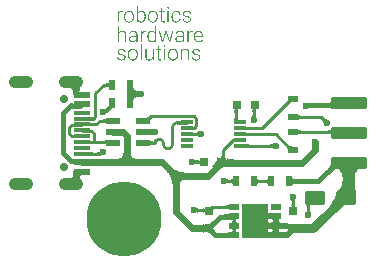
<source format=gtl>
G04*
G04 #@! TF.GenerationSoftware,Altium Limited,Altium Designer,24.4.1 (13)*
G04*
G04 Layer_Physical_Order=1*
G04 Layer_Color=255*
%FSLAX25Y25*%
%MOIN*%
G70*
G04*
G04 #@! TF.SameCoordinates,8F4D0D87-6A9C-402C-AAC4-36E78E1324AD*
G04*
G04*
G04 #@! TF.FilePolarity,Positive*
G04*
G01*
G75*
%ADD16R,0.02362X0.03543*%
G04:AMPARAMS|DCode=17|XSize=39.37mil|YSize=118.11mil|CornerRadius=4.92mil|HoleSize=0mil|Usage=FLASHONLY|Rotation=90.000|XOffset=0mil|YOffset=0mil|HoleType=Round|Shape=RoundedRectangle|*
%AMROUNDEDRECTD17*
21,1,0.03937,0.10827,0,0,90.0*
21,1,0.02953,0.11811,0,0,90.0*
1,1,0.00984,0.05413,0.01476*
1,1,0.00984,0.05413,-0.01476*
1,1,0.00984,-0.05413,-0.01476*
1,1,0.00984,-0.05413,0.01476*
%
%ADD17ROUNDEDRECTD17*%
G04:AMPARAMS|DCode=18|XSize=47.64mil|YSize=23.23mil|CornerRadius=2.9mil|HoleSize=0mil|Usage=FLASHONLY|Rotation=180.000|XOffset=0mil|YOffset=0mil|HoleType=Round|Shape=RoundedRectangle|*
%AMROUNDEDRECTD18*
21,1,0.04764,0.01742,0,0,180.0*
21,1,0.04183,0.02323,0,0,180.0*
1,1,0.00581,-0.02092,0.00871*
1,1,0.00581,0.02092,0.00871*
1,1,0.00581,0.02092,-0.00871*
1,1,0.00581,-0.02092,-0.00871*
%
%ADD18ROUNDEDRECTD18*%
%ADD19R,0.03543X0.02362*%
%ADD20R,0.03150X0.03150*%
%ADD21R,0.03150X0.03150*%
%ADD22R,0.08700X0.11800*%
%ADD23R,0.03600X0.02000*%
%ADD24R,0.05709X0.02362*%
%ADD25R,0.05709X0.01181*%
G04:AMPARAMS|DCode=26|XSize=67.32mil|YSize=48.42mil|CornerRadius=6.05mil|HoleSize=0mil|Usage=FLASHONLY|Rotation=180.000|XOffset=0mil|YOffset=0mil|HoleType=Round|Shape=RoundedRectangle|*
%AMROUNDEDRECTD26*
21,1,0.06732,0.03632,0,0,180.0*
21,1,0.05522,0.04842,0,0,180.0*
1,1,0.01211,-0.02761,0.01816*
1,1,0.01211,0.02761,0.01816*
1,1,0.01211,0.02761,-0.01816*
1,1,0.01211,-0.02761,-0.01816*
%
%ADD26ROUNDEDRECTD26*%
%ADD42C,0.01000*%
%ADD43R,0.03937X0.01181*%
%ADD44C,0.01575*%
%ADD45C,0.02362*%
%ADD46C,0.01968*%
%ADD47C,0.03937*%
%ADD48C,0.03150*%
%ADD49O,0.08268X0.04134*%
%ADD50C,0.02756*%
%ADD51C,0.25000*%
%ADD52C,0.02362*%
%ADD53C,0.03500*%
G36*
X55108Y63827D02*
X55208D01*
Y63794D01*
X55241D01*
Y63761D01*
X55275D01*
Y63694D01*
X55308D01*
Y63462D01*
X55275D01*
Y63395D01*
X55241D01*
Y63362D01*
X55208D01*
Y63328D01*
X55108D01*
Y63295D01*
X54909D01*
Y63328D01*
X54842D01*
Y63362D01*
X54809D01*
Y63395D01*
X54776D01*
Y63462D01*
X54743D01*
Y63694D01*
X54776D01*
Y63761D01*
X54809D01*
Y63794D01*
X54842D01*
Y63827D01*
X54942D01*
Y63860D01*
X55108D01*
Y63827D01*
D02*
G37*
G36*
X39847Y62530D02*
X39946D01*
Y62497D01*
X39980D01*
Y62364D01*
X39946D01*
Y62131D01*
X39847D01*
Y62165D01*
X39514D01*
Y62131D01*
X39348D01*
Y62098D01*
X39248D01*
Y62065D01*
X39182D01*
Y62032D01*
X39115D01*
Y61998D01*
X39082D01*
Y61965D01*
X39015D01*
Y61932D01*
X38982D01*
Y61899D01*
X38949D01*
Y61865D01*
X38916D01*
Y61832D01*
X38882D01*
Y61799D01*
X38849D01*
Y61732D01*
X38816D01*
Y61699D01*
X38783D01*
Y61633D01*
X38749D01*
Y61566D01*
X38716D01*
Y61500D01*
X38683D01*
Y61433D01*
X38649D01*
Y61300D01*
X38616D01*
Y58740D01*
X38217D01*
Y62497D01*
X38616D01*
Y61965D01*
X38683D01*
Y62032D01*
X38716D01*
Y62065D01*
X38749D01*
Y62131D01*
X38783D01*
Y62165D01*
X38816D01*
Y62198D01*
X38849D01*
Y62231D01*
X38882D01*
Y62264D01*
X38916D01*
Y62298D01*
X38949D01*
Y62331D01*
X38982D01*
Y62364D01*
X39049D01*
Y62397D01*
X39082D01*
Y62431D01*
X39148D01*
Y62464D01*
X39248D01*
Y62497D01*
X39348D01*
Y62530D01*
X39481D01*
Y62564D01*
X39847D01*
Y62530D01*
D02*
G37*
G36*
X61526D02*
X61758D01*
Y62497D01*
X61858D01*
Y62464D01*
X61958D01*
Y62431D01*
X62024D01*
Y62397D01*
X62091D01*
Y62364D01*
X62157D01*
Y62331D01*
X62224D01*
Y62298D01*
X62257D01*
Y62264D01*
X62290D01*
Y62231D01*
X62357D01*
Y62198D01*
X62390D01*
Y62165D01*
X62423D01*
Y62131D01*
X62457D01*
Y62065D01*
X62490D01*
Y62032D01*
X62523D01*
Y61998D01*
X62556D01*
Y61932D01*
X62590D01*
Y61865D01*
X62623D01*
Y61766D01*
X62656D01*
Y61599D01*
X62689D01*
Y61433D01*
X62257D01*
Y61633D01*
X62224D01*
Y61699D01*
X62191D01*
Y61766D01*
X62157D01*
Y61832D01*
X62124D01*
Y61865D01*
X62091D01*
Y61899D01*
X62058D01*
Y61932D01*
X62024D01*
Y61965D01*
X61991D01*
Y61998D01*
X61958D01*
Y62032D01*
X61891D01*
Y62065D01*
X61825D01*
Y62098D01*
X61758D01*
Y62131D01*
X61692D01*
Y62165D01*
X61526D01*
Y62198D01*
X61027D01*
Y62165D01*
X60894D01*
Y62131D01*
X60794D01*
Y62098D01*
X60728D01*
Y62065D01*
X60661D01*
Y62032D01*
X60628D01*
Y61998D01*
X60595D01*
Y61965D01*
X60561D01*
Y61932D01*
X60528D01*
Y61899D01*
X60495D01*
Y61865D01*
X60462D01*
Y61799D01*
X60428D01*
Y61732D01*
X60395D01*
Y61367D01*
X60428D01*
Y61267D01*
X60462D01*
Y61234D01*
X60495D01*
Y61200D01*
X60528D01*
Y61134D01*
X60595D01*
Y61101D01*
X60628D01*
Y61067D01*
X60694D01*
Y61034D01*
X60761D01*
Y61001D01*
X60827D01*
Y60968D01*
X60927D01*
Y60934D01*
X61027D01*
Y60901D01*
X61127D01*
Y60868D01*
X61260D01*
Y60835D01*
X61393D01*
Y60801D01*
X61526D01*
Y60768D01*
X61625D01*
Y60735D01*
X61758D01*
Y60702D01*
X61858D01*
Y60668D01*
X61958D01*
Y60635D01*
X62024D01*
Y60602D01*
X62091D01*
Y60569D01*
X62157D01*
Y60535D01*
X62224D01*
Y60502D01*
X62290D01*
Y60469D01*
X62324D01*
Y60436D01*
X62357D01*
Y60402D01*
X62423D01*
Y60369D01*
X62457D01*
Y60336D01*
X62490D01*
Y60303D01*
X62523D01*
Y60236D01*
X62556D01*
Y60203D01*
X62590D01*
Y60136D01*
X62623D01*
Y60070D01*
X62656D01*
Y59970D01*
X62689D01*
Y59438D01*
X62656D01*
Y59338D01*
X62623D01*
Y59272D01*
X62590D01*
Y59205D01*
X62556D01*
Y59139D01*
X62523D01*
Y59106D01*
X62490D01*
Y59072D01*
X62457D01*
Y59039D01*
X62423D01*
Y59006D01*
X62390D01*
Y58973D01*
X62357D01*
Y58939D01*
X62290D01*
Y58906D01*
X62257D01*
Y58873D01*
X62191D01*
Y58840D01*
X62124D01*
Y58806D01*
X62058D01*
Y58773D01*
X61991D01*
Y58740D01*
X61891D01*
Y58707D01*
X61725D01*
Y58673D01*
X61459D01*
Y58640D01*
X61193D01*
Y58673D01*
X60894D01*
Y58707D01*
X60761D01*
Y58740D01*
X60628D01*
Y58773D01*
X60561D01*
Y58806D01*
X60495D01*
Y58840D01*
X60428D01*
Y58873D01*
X60362D01*
Y58906D01*
X60329D01*
Y58939D01*
X60262D01*
Y58973D01*
X60229D01*
Y59006D01*
X60196D01*
Y59039D01*
X60162D01*
Y59072D01*
X60129D01*
Y59106D01*
X60096D01*
Y59139D01*
X60063D01*
Y59172D01*
X60029D01*
Y59205D01*
X59996D01*
Y59272D01*
X59963D01*
Y59305D01*
X59930D01*
Y59405D01*
X59896D01*
Y59471D01*
X59863D01*
Y59638D01*
X59830D01*
Y59771D01*
X60262D01*
Y59638D01*
X60295D01*
Y59538D01*
X60329D01*
Y59471D01*
X60362D01*
Y59405D01*
X60395D01*
Y59372D01*
X60428D01*
Y59305D01*
X60462D01*
Y59272D01*
X60495D01*
Y59239D01*
X60561D01*
Y59205D01*
X60595D01*
Y59172D01*
X60661D01*
Y59139D01*
X60728D01*
Y59106D01*
X60794D01*
Y59072D01*
X60894D01*
Y59039D01*
X61060D01*
Y59006D01*
X61559D01*
Y59039D01*
X61725D01*
Y59072D01*
X61825D01*
Y59106D01*
X61891D01*
Y59139D01*
X61958D01*
Y59172D01*
X61991D01*
Y59205D01*
X62058D01*
Y59239D01*
X62091D01*
Y59272D01*
X62124D01*
Y59305D01*
X62157D01*
Y59338D01*
X62191D01*
Y59405D01*
X62224D01*
Y59471D01*
X62257D01*
Y59571D01*
X62290D01*
Y59804D01*
X62257D01*
Y59904D01*
X62224D01*
Y60003D01*
X62191D01*
Y60037D01*
X62157D01*
Y60070D01*
X62124D01*
Y60103D01*
X62091D01*
Y60136D01*
X62058D01*
Y60170D01*
X62024D01*
Y60203D01*
X61991D01*
Y60236D01*
X61925D01*
Y60269D01*
X61858D01*
Y60303D01*
X61792D01*
Y60336D01*
X61692D01*
Y60369D01*
X61625D01*
Y60402D01*
X61492D01*
Y60436D01*
X61359D01*
Y60469D01*
X61226D01*
Y60502D01*
X61093D01*
Y60535D01*
X60960D01*
Y60569D01*
X60827D01*
Y60602D01*
X60728D01*
Y60635D01*
X60661D01*
Y60668D01*
X60561D01*
Y60702D01*
X60495D01*
Y60735D01*
X60428D01*
Y60768D01*
X60395D01*
Y60801D01*
X60329D01*
Y60835D01*
X60295D01*
Y60868D01*
X60262D01*
Y60901D01*
X60196D01*
Y60934D01*
X60162D01*
Y61001D01*
X60129D01*
Y61034D01*
X60096D01*
Y61067D01*
X60063D01*
Y61134D01*
X60029D01*
Y61234D01*
X59996D01*
Y61333D01*
X59963D01*
Y61699D01*
X59996D01*
Y61832D01*
X60029D01*
Y61932D01*
X60063D01*
Y61965D01*
X60096D01*
Y62032D01*
X60129D01*
Y62065D01*
X60162D01*
Y62131D01*
X60196D01*
Y62165D01*
X60229D01*
Y62198D01*
X60262D01*
Y62231D01*
X60295D01*
Y62264D01*
X60362D01*
Y62298D01*
X60395D01*
Y62331D01*
X60462D01*
Y62364D01*
X60495D01*
Y62397D01*
X60561D01*
Y62431D01*
X60661D01*
Y62464D01*
X60761D01*
Y62497D01*
X60861D01*
Y62530D01*
X61060D01*
Y62564D01*
X61526D01*
Y62530D01*
D02*
G37*
G36*
X57968D02*
X58167D01*
Y62497D01*
X58267D01*
Y62464D01*
X58367D01*
Y62431D01*
X58433D01*
Y62397D01*
X58500D01*
Y62364D01*
X58566D01*
Y62331D01*
X58600D01*
Y62298D01*
X58666D01*
Y62264D01*
X58699D01*
Y62231D01*
X58733D01*
Y62198D01*
X58766D01*
Y62165D01*
X58799D01*
Y62131D01*
X58832D01*
Y62098D01*
X58866D01*
Y62065D01*
X58899D01*
Y62032D01*
X58932D01*
Y61998D01*
X58965D01*
Y61932D01*
X58999D01*
Y61899D01*
X59032D01*
Y61832D01*
X59065D01*
Y61766D01*
X59098D01*
Y61666D01*
X59132D01*
Y61566D01*
X59165D01*
Y61400D01*
X59198D01*
Y61234D01*
X58799D01*
Y61333D01*
X58766D01*
Y61500D01*
X58733D01*
Y61599D01*
X58699D01*
Y61666D01*
X58666D01*
Y61732D01*
X58633D01*
Y61766D01*
X58600D01*
Y61832D01*
X58566D01*
Y61865D01*
X58533D01*
Y61899D01*
X58500D01*
Y61932D01*
X58467D01*
Y61965D01*
X58433D01*
Y61998D01*
X58367D01*
Y62032D01*
X58334D01*
Y62065D01*
X58267D01*
Y62098D01*
X58201D01*
Y62131D01*
X58101D01*
Y62165D01*
X57968D01*
Y62198D01*
X57502D01*
Y62165D01*
X57369D01*
Y62131D01*
X57270D01*
Y62098D01*
X57203D01*
Y62065D01*
X57137D01*
Y62032D01*
X57103D01*
Y61998D01*
X57070D01*
Y61965D01*
X57004D01*
Y61932D01*
X56970D01*
Y61899D01*
X56937D01*
Y61865D01*
X56904D01*
Y61799D01*
X56871D01*
Y61766D01*
X56837D01*
Y61732D01*
X56804D01*
Y61666D01*
X56771D01*
Y61599D01*
X56738D01*
Y61533D01*
X56704D01*
Y61466D01*
X56671D01*
Y61367D01*
X56638D01*
Y61234D01*
X56605D01*
Y61067D01*
X56571D01*
Y60136D01*
X56605D01*
Y59970D01*
X56638D01*
Y59837D01*
X56671D01*
Y59737D01*
X56704D01*
Y59671D01*
X56738D01*
Y59604D01*
X56771D01*
Y59538D01*
X56804D01*
Y59471D01*
X56837D01*
Y59438D01*
X56871D01*
Y59405D01*
X56904D01*
Y59338D01*
X56937D01*
Y59305D01*
X56970D01*
Y59272D01*
X57004D01*
Y59239D01*
X57070D01*
Y59205D01*
X57103D01*
Y59172D01*
X57170D01*
Y59139D01*
X57203D01*
Y59106D01*
X57303D01*
Y59072D01*
X57403D01*
Y59039D01*
X57536D01*
Y59006D01*
X57968D01*
Y59039D01*
X58101D01*
Y59072D01*
X58201D01*
Y59106D01*
X58267D01*
Y59139D01*
X58334D01*
Y59172D01*
X58400D01*
Y59205D01*
X58433D01*
Y59239D01*
X58500D01*
Y59272D01*
X58533D01*
Y59305D01*
X58566D01*
Y59338D01*
X58600D01*
Y59405D01*
X58633D01*
Y59438D01*
X58666D01*
Y59505D01*
X58699D01*
Y59538D01*
X58733D01*
Y59638D01*
X58766D01*
Y59771D01*
X58799D01*
Y59870D01*
X58832D01*
Y59904D01*
X59165D01*
Y59870D01*
X59198D01*
Y59704D01*
X59165D01*
Y59571D01*
X59132D01*
Y59505D01*
X59098D01*
Y59405D01*
X59065D01*
Y59372D01*
X59032D01*
Y59305D01*
X58999D01*
Y59239D01*
X58965D01*
Y59205D01*
X58932D01*
Y59172D01*
X58899D01*
Y59139D01*
X58866D01*
Y59106D01*
X58832D01*
Y59072D01*
X58799D01*
Y59039D01*
X58766D01*
Y59006D01*
X58733D01*
Y58973D01*
X58699D01*
Y58939D01*
X58633D01*
Y58906D01*
X58600D01*
Y58873D01*
X58533D01*
Y58840D01*
X58467D01*
Y58806D01*
X58400D01*
Y58773D01*
X58334D01*
Y58740D01*
X58234D01*
Y58707D01*
X58101D01*
Y58673D01*
X57868D01*
Y58640D01*
X57635D01*
Y58673D01*
X57369D01*
Y58707D01*
X57236D01*
Y58740D01*
X57137D01*
Y58773D01*
X57070D01*
Y58806D01*
X57004D01*
Y58840D01*
X56937D01*
Y58873D01*
X56871D01*
Y58906D01*
X56837D01*
Y58939D01*
X56804D01*
Y58973D01*
X56738D01*
Y59006D01*
X56704D01*
Y59039D01*
X56671D01*
Y59072D01*
X56638D01*
Y59106D01*
X56605D01*
Y59139D01*
X56571D01*
Y59205D01*
X56538D01*
Y59239D01*
X56505D01*
Y59272D01*
X56472D01*
Y59338D01*
X56438D01*
Y59372D01*
X56405D01*
Y59438D01*
X56372D01*
Y59505D01*
X56339D01*
Y59571D01*
X56305D01*
Y59671D01*
X56272D01*
Y59737D01*
X56239D01*
Y59870D01*
X56206D01*
Y60003D01*
X56172D01*
Y60236D01*
X56139D01*
Y60968D01*
X56172D01*
Y61200D01*
X56206D01*
Y61333D01*
X56239D01*
Y61466D01*
X56272D01*
Y61566D01*
X56305D01*
Y61633D01*
X56339D01*
Y61699D01*
X56372D01*
Y61766D01*
X56405D01*
Y61832D01*
X56438D01*
Y61899D01*
X56472D01*
Y61932D01*
X56505D01*
Y61965D01*
X56538D01*
Y62032D01*
X56571D01*
Y62065D01*
X56605D01*
Y62098D01*
X56638D01*
Y62131D01*
X56671D01*
Y62165D01*
X56704D01*
Y62198D01*
X56738D01*
Y62231D01*
X56771D01*
Y62264D01*
X56837D01*
Y62298D01*
X56871D01*
Y62331D01*
X56937D01*
Y62364D01*
X57004D01*
Y62397D01*
X57070D01*
Y62431D01*
X57137D01*
Y62464D01*
X57236D01*
Y62497D01*
X57336D01*
Y62530D01*
X57536D01*
Y62564D01*
X57968D01*
Y62530D01*
D02*
G37*
G36*
X55208Y62464D02*
X55241D01*
Y58740D01*
X54809D01*
Y62497D01*
X55208D01*
Y62464D01*
D02*
G37*
G36*
X53113Y62497D02*
X53878D01*
Y62464D01*
X53911D01*
Y62165D01*
X53147D01*
Y62131D01*
X53113D01*
Y59471D01*
X53147D01*
Y59305D01*
X53180D01*
Y59239D01*
X53213D01*
Y59172D01*
X53246D01*
Y59139D01*
X53280D01*
Y59106D01*
X53313D01*
Y59072D01*
X53379D01*
Y59039D01*
X53512D01*
Y59006D01*
X53712D01*
Y59039D01*
X53945D01*
Y58806D01*
X53978D01*
Y58707D01*
X53878D01*
Y58673D01*
X53645D01*
Y58640D01*
X53413D01*
Y58673D01*
X53213D01*
Y58707D01*
X53113D01*
Y58740D01*
X53080D01*
Y58773D01*
X53014D01*
Y58806D01*
X52980D01*
Y58840D01*
X52947D01*
Y58873D01*
X52914D01*
Y58906D01*
X52881D01*
Y58939D01*
X52847D01*
Y59006D01*
X52814D01*
Y59072D01*
X52781D01*
Y59139D01*
X52748D01*
Y59272D01*
X52714D01*
Y62098D01*
X52681D01*
Y62165D01*
X52016D01*
Y62497D01*
X52681D01*
Y62530D01*
X52714D01*
Y63462D01*
X53113D01*
Y62497D01*
D02*
G37*
G36*
X50154Y62530D02*
X50354D01*
Y62497D01*
X50453D01*
Y62464D01*
X50553D01*
Y62431D01*
X50653D01*
Y62397D01*
X50719D01*
Y62364D01*
X50753D01*
Y62331D01*
X50819D01*
Y62298D01*
X50886D01*
Y62264D01*
X50919D01*
Y62231D01*
X50952D01*
Y62198D01*
X50985D01*
Y62165D01*
X51052D01*
Y62131D01*
X51085D01*
Y62098D01*
X51118D01*
Y62032D01*
X51152D01*
Y61998D01*
X51185D01*
Y61965D01*
X51218D01*
Y61932D01*
X51251D01*
Y61865D01*
X51285D01*
Y61832D01*
X51318D01*
Y61766D01*
X51351D01*
Y61732D01*
X51384D01*
Y61666D01*
X51418D01*
Y61599D01*
X51451D01*
Y61500D01*
X51484D01*
Y61400D01*
X51517D01*
Y61300D01*
X51551D01*
Y61134D01*
X51584D01*
Y60901D01*
X51617D01*
Y60269D01*
X51584D01*
Y60070D01*
X51551D01*
Y59904D01*
X51517D01*
Y59804D01*
X51484D01*
Y59704D01*
X51451D01*
Y59638D01*
X51418D01*
Y59571D01*
X51384D01*
Y59505D01*
X51351D01*
Y59438D01*
X51318D01*
Y59372D01*
X51285D01*
Y59338D01*
X51251D01*
Y59272D01*
X51218D01*
Y59239D01*
X51185D01*
Y59205D01*
X51152D01*
Y59172D01*
X51118D01*
Y59106D01*
X51085D01*
Y59072D01*
X51019D01*
Y59039D01*
X50985D01*
Y59006D01*
X50952D01*
Y58973D01*
X50919D01*
Y58939D01*
X50852D01*
Y58906D01*
X50819D01*
Y58873D01*
X50753D01*
Y58840D01*
X50686D01*
Y58806D01*
X50620D01*
Y58773D01*
X50553D01*
Y58740D01*
X50453D01*
Y58707D01*
X50320D01*
Y58673D01*
X50054D01*
Y58640D01*
X49822D01*
Y58673D01*
X49556D01*
Y58707D01*
X49423D01*
Y58740D01*
X49323D01*
Y58773D01*
X49256D01*
Y58806D01*
X49190D01*
Y58840D01*
X49123D01*
Y58873D01*
X49057D01*
Y58906D01*
X49024D01*
Y58939D01*
X48957D01*
Y58973D01*
X48924D01*
Y59006D01*
X48891D01*
Y59039D01*
X48824D01*
Y59072D01*
X48791D01*
Y59106D01*
X48758D01*
Y59139D01*
X48724D01*
Y59205D01*
X48691D01*
Y59239D01*
X48658D01*
Y59272D01*
X48625D01*
Y59305D01*
X48591D01*
Y59372D01*
X48558D01*
Y59405D01*
X48525D01*
Y59471D01*
X48492D01*
Y59538D01*
X48458D01*
Y59604D01*
X48425D01*
Y59671D01*
X48392D01*
Y59771D01*
X48359D01*
Y59870D01*
X48325D01*
Y60003D01*
X48292D01*
Y60203D01*
X48259D01*
Y60934D01*
Y60968D01*
Y61001D01*
X48292D01*
Y61200D01*
X48325D01*
Y61333D01*
X48359D01*
Y61433D01*
X48392D01*
Y61533D01*
X48425D01*
Y61599D01*
X48458D01*
Y61666D01*
X48492D01*
Y61732D01*
X48525D01*
Y61799D01*
X48558D01*
Y61832D01*
X48591D01*
Y61899D01*
X48625D01*
Y61932D01*
X48658D01*
Y61965D01*
X48691D01*
Y62032D01*
X48724D01*
Y62065D01*
X48758D01*
Y62098D01*
X48791D01*
Y62131D01*
X48824D01*
Y62165D01*
X48857D01*
Y62198D01*
X48924D01*
Y62231D01*
X48957D01*
Y62264D01*
X48990D01*
Y62298D01*
X49057D01*
Y62331D01*
X49090D01*
Y62364D01*
X49157D01*
Y62397D01*
X49223D01*
Y62431D01*
X49323D01*
Y62464D01*
X49423D01*
Y62497D01*
X49522D01*
Y62530D01*
X49722D01*
Y62564D01*
X50154D01*
Y62530D01*
D02*
G37*
G36*
X44934Y61998D02*
X45000D01*
Y62065D01*
X45034D01*
Y62098D01*
X45067D01*
Y62131D01*
X45100D01*
Y62165D01*
X45133D01*
Y62198D01*
X45167D01*
Y62231D01*
X45200D01*
Y62264D01*
X45233D01*
Y62298D01*
X45300D01*
Y62331D01*
X45333D01*
Y62364D01*
X45399D01*
Y62397D01*
X45466D01*
Y62431D01*
X45532D01*
Y62464D01*
X45599D01*
Y62497D01*
X45732D01*
Y62530D01*
X45898D01*
Y62564D01*
X46330D01*
Y62530D01*
X46497D01*
Y62497D01*
X46596D01*
Y62464D01*
X46696D01*
Y62431D01*
X46763D01*
Y62397D01*
X46829D01*
Y62364D01*
X46862D01*
Y62331D01*
X46929D01*
Y62298D01*
X46962D01*
Y62264D01*
X46995D01*
Y62231D01*
X47029D01*
Y62198D01*
X47062D01*
Y62165D01*
X47095D01*
Y62131D01*
X47128D01*
Y62098D01*
X47162D01*
Y62032D01*
X47195D01*
Y61998D01*
X47228D01*
Y61965D01*
X47261D01*
Y61899D01*
X47295D01*
Y61832D01*
X47328D01*
Y61766D01*
X47361D01*
Y61699D01*
X47394D01*
Y61599D01*
X47428D01*
Y61500D01*
X47461D01*
Y61400D01*
X47494D01*
Y61234D01*
X47527D01*
Y61001D01*
X47561D01*
Y60203D01*
X47527D01*
Y59970D01*
X47494D01*
Y59804D01*
X47461D01*
Y59704D01*
X47428D01*
Y59671D01*
Y59638D01*
Y59604D01*
X47394D01*
Y59505D01*
X47361D01*
Y59438D01*
X47328D01*
Y59372D01*
X47295D01*
Y59338D01*
X47261D01*
Y59272D01*
X47228D01*
Y59205D01*
X47195D01*
Y59172D01*
X47162D01*
Y59139D01*
X47128D01*
Y59106D01*
X47095D01*
Y59039D01*
X47062D01*
Y59006D01*
X47029D01*
Y58973D01*
X46995D01*
Y58939D01*
X46929D01*
Y58906D01*
X46896D01*
Y58873D01*
X46862D01*
Y58840D01*
X46796D01*
Y58806D01*
X46729D01*
Y58773D01*
X46663D01*
Y58740D01*
X46563D01*
Y58707D01*
X46463D01*
Y58673D01*
X46231D01*
Y58640D01*
X45998D01*
Y58673D01*
X45765D01*
Y58707D01*
X45632D01*
Y58740D01*
X45532D01*
Y58773D01*
X45466D01*
Y58806D01*
X45399D01*
Y58840D01*
X45333D01*
Y58873D01*
X45266D01*
Y58906D01*
X45233D01*
Y58939D01*
X45200D01*
Y58973D01*
X45167D01*
Y59006D01*
X45100D01*
Y59039D01*
X45067D01*
Y59106D01*
X45034D01*
Y59139D01*
X45000D01*
Y59172D01*
X44967D01*
Y59205D01*
X44934D01*
Y58740D01*
X44535D01*
Y64060D01*
X44934D01*
Y61998D01*
D02*
G37*
G36*
X42207Y62530D02*
X42407D01*
Y62497D01*
X42540D01*
Y62464D01*
X42640D01*
Y62431D01*
X42706D01*
Y62397D01*
X42773D01*
Y62364D01*
X42839D01*
Y62331D01*
X42872D01*
Y62298D01*
X42939D01*
Y62264D01*
X42972D01*
Y62231D01*
X43005D01*
Y62198D01*
X43072D01*
Y62165D01*
X43105D01*
Y62131D01*
X43138D01*
Y62098D01*
X43172D01*
Y62065D01*
X43205D01*
Y62032D01*
X43238D01*
Y61965D01*
X43271D01*
Y61932D01*
X43305D01*
Y61899D01*
X43338D01*
Y61832D01*
X43371D01*
Y61799D01*
X43404D01*
Y61732D01*
X43437D01*
Y61666D01*
X43471D01*
Y61599D01*
X43504D01*
Y61533D01*
X43537D01*
Y61433D01*
X43571D01*
Y61333D01*
X43604D01*
Y61200D01*
X43637D01*
Y61101D01*
Y61067D01*
Y61001D01*
X43670D01*
Y60203D01*
X43637D01*
Y60003D01*
X43604D01*
Y59870D01*
X43571D01*
Y59771D01*
X43537D01*
Y59704D01*
X43504D01*
Y59604D01*
X43471D01*
Y59538D01*
X43437D01*
Y59471D01*
X43404D01*
Y59405D01*
X43371D01*
Y59372D01*
X43338D01*
Y59305D01*
X43305D01*
Y59272D01*
X43271D01*
Y59239D01*
X43238D01*
Y59172D01*
X43205D01*
Y59139D01*
X43172D01*
Y59106D01*
X43138D01*
Y59072D01*
X43105D01*
Y59039D01*
X43072D01*
Y59006D01*
X43005D01*
Y58973D01*
X42972D01*
Y58939D01*
X42939D01*
Y58906D01*
X42872D01*
Y58873D01*
X42806D01*
Y58840D01*
X42739D01*
Y58806D01*
X42673D01*
Y58773D01*
X42606D01*
Y58740D01*
X42507D01*
Y58707D01*
X42374D01*
Y58673D01*
X42107D01*
Y58640D01*
X41875D01*
Y58673D01*
X41609D01*
Y58707D01*
X41476D01*
Y58740D01*
X41376D01*
Y58773D01*
X41310D01*
Y58806D01*
X41243D01*
Y58840D01*
X41177D01*
Y58873D01*
X41110D01*
Y58906D01*
X41077D01*
Y58939D01*
X41010D01*
Y58973D01*
X40977D01*
Y59006D01*
X40944D01*
Y59039D01*
X40911D01*
Y59072D01*
X40877D01*
Y59106D01*
X40844D01*
Y59139D01*
X40811D01*
Y59172D01*
X40778D01*
Y59205D01*
X40744D01*
Y59239D01*
X40711D01*
Y59272D01*
X40678D01*
Y59338D01*
X40644D01*
Y59372D01*
X40611D01*
Y59438D01*
X40578D01*
Y59505D01*
X40545D01*
Y59538D01*
X40512D01*
Y59638D01*
X40478D01*
Y59704D01*
X40445D01*
Y59804D01*
X40412D01*
Y59904D01*
X40379D01*
Y60037D01*
X40345D01*
Y60269D01*
X40312D01*
Y60934D01*
X40345D01*
Y61167D01*
X40379D01*
Y61300D01*
X40412D01*
Y61400D01*
X40445D01*
Y61500D01*
X40478D01*
Y61566D01*
X40512D01*
Y61666D01*
X40545D01*
Y61699D01*
X40578D01*
Y61766D01*
X40611D01*
Y61832D01*
X40644D01*
Y61865D01*
X40678D01*
Y61932D01*
X40711D01*
Y61965D01*
X40744D01*
Y61998D01*
X40778D01*
Y62032D01*
X40811D01*
Y62065D01*
X40844D01*
Y62098D01*
X40877D01*
Y62131D01*
X40911D01*
Y62165D01*
X40944D01*
Y62198D01*
X40977D01*
Y62231D01*
X41010D01*
Y62264D01*
X41077D01*
Y62298D01*
X41110D01*
Y62331D01*
X41177D01*
Y62364D01*
X41243D01*
Y62397D01*
X41310D01*
Y62431D01*
X41376D01*
Y62464D01*
X41476D01*
Y62497D01*
X41576D01*
Y62530D01*
X41775D01*
Y62564D01*
X42207D01*
Y62530D01*
D02*
G37*
G36*
X51118Y55382D02*
Y55348D01*
Y52090D01*
X50753D01*
Y52356D01*
X50719D01*
Y52555D01*
X50686D01*
Y52522D01*
X50653D01*
Y52456D01*
X50620D01*
Y52422D01*
X50586D01*
Y52389D01*
X50553D01*
Y52356D01*
X50520D01*
Y52323D01*
X50453D01*
Y52289D01*
X50420D01*
Y52256D01*
X50387D01*
Y52223D01*
X50320D01*
Y52190D01*
X50254D01*
Y52156D01*
X50187D01*
Y52123D01*
X50088D01*
Y52090D01*
X49988D01*
Y52057D01*
X49822D01*
Y52023D01*
X49323D01*
Y52057D01*
X49157D01*
Y52090D01*
X49057D01*
Y52123D01*
X48990D01*
Y52156D01*
X48924D01*
Y52190D01*
X48857D01*
Y52223D01*
X48824D01*
Y52256D01*
X48758D01*
Y52289D01*
X48724D01*
Y52323D01*
X48691D01*
Y52356D01*
X48658D01*
Y52389D01*
X48625D01*
Y52422D01*
X48591D01*
Y52456D01*
X48558D01*
Y52489D01*
X48525D01*
Y52522D01*
X48492D01*
Y52589D01*
X48458D01*
Y52622D01*
X48425D01*
Y52688D01*
X48392D01*
Y52755D01*
X48359D01*
Y52788D01*
X48325D01*
Y52855D01*
X48292D01*
Y52954D01*
X48259D01*
Y53021D01*
X48226D01*
Y53154D01*
X48192D01*
Y53254D01*
X48159D01*
Y53453D01*
X48126D01*
Y53786D01*
X48093D01*
Y54151D01*
X48126D01*
Y54517D01*
X48159D01*
Y54683D01*
X48192D01*
Y54816D01*
X48226D01*
Y54916D01*
X48259D01*
Y55016D01*
X48292D01*
Y55082D01*
X48325D01*
Y55149D01*
X48359D01*
Y55215D01*
X48392D01*
Y55282D01*
X48425D01*
Y55315D01*
X48458D01*
Y55382D01*
X48492D01*
Y55415D01*
X48525D01*
Y55481D01*
X48558D01*
Y55515D01*
X48591D01*
Y55548D01*
X48625D01*
Y55581D01*
X48658D01*
Y55614D01*
X48691D01*
Y55648D01*
X48758D01*
Y55681D01*
X48791D01*
Y55714D01*
X48824D01*
Y55747D01*
X48891D01*
Y55781D01*
X48957D01*
Y55814D01*
X49024D01*
Y55847D01*
X49123D01*
Y55880D01*
X49256D01*
Y55914D01*
X49888D01*
Y55880D01*
X50021D01*
Y55847D01*
X50121D01*
Y55814D01*
X50187D01*
Y55781D01*
X50254D01*
Y55747D01*
X50320D01*
Y55714D01*
X50354D01*
Y55681D01*
X50420D01*
Y55648D01*
X50453D01*
Y55614D01*
X50487D01*
Y55581D01*
X50520D01*
Y55548D01*
X50553D01*
Y55515D01*
X50586D01*
Y55481D01*
X50620D01*
Y55448D01*
X50653D01*
Y55415D01*
X50686D01*
Y55348D01*
X50719D01*
Y57443D01*
X51118D01*
Y55382D01*
D02*
G37*
G36*
X63155Y55880D02*
X63188D01*
Y55681D01*
X63155D01*
Y55515D01*
X62623D01*
Y55481D01*
X62490D01*
Y55448D01*
X62423D01*
Y55415D01*
X62357D01*
Y55382D01*
X62290D01*
Y55348D01*
X62257D01*
Y55315D01*
X62224D01*
Y55282D01*
X62191D01*
Y55249D01*
X62124D01*
Y55182D01*
X62091D01*
Y55149D01*
X62058D01*
Y55116D01*
X62024D01*
Y55049D01*
X61991D01*
Y55016D01*
X61958D01*
Y54949D01*
X61925D01*
Y54883D01*
X61891D01*
Y54783D01*
X61858D01*
Y54683D01*
X61825D01*
Y52090D01*
X61426D01*
Y55847D01*
X61825D01*
Y55315D01*
X61858D01*
Y55348D01*
X61891D01*
Y55382D01*
X61925D01*
Y55448D01*
X61958D01*
Y55481D01*
X61991D01*
Y55515D01*
X62024D01*
Y55581D01*
X62058D01*
Y55614D01*
X62091D01*
Y55648D01*
X62124D01*
Y55681D01*
X62191D01*
Y55714D01*
X62224D01*
Y55747D01*
X62290D01*
Y55781D01*
X62324D01*
Y55814D01*
X62390D01*
Y55847D01*
X62490D01*
Y55880D01*
X62590D01*
Y55914D01*
X63155D01*
Y55880D01*
D02*
G37*
G36*
X47660D02*
X47694D01*
Y55515D01*
X47128D01*
Y55481D01*
X47029D01*
Y55448D01*
X46929D01*
Y55415D01*
X46862D01*
Y55382D01*
X46829D01*
Y55348D01*
X46763D01*
Y55315D01*
X46729D01*
Y55282D01*
X46696D01*
Y55249D01*
X46663D01*
Y55215D01*
X46630D01*
Y55182D01*
X46596D01*
Y55149D01*
X46563D01*
Y55082D01*
X46530D01*
Y55049D01*
X46497D01*
Y54983D01*
X46463D01*
Y54916D01*
X46430D01*
Y54850D01*
X46397D01*
Y54750D01*
X46364D01*
Y52090D01*
X45931D01*
Y53586D01*
Y53619D01*
Y55847D01*
X46364D01*
Y55315D01*
X46397D01*
Y55382D01*
X46430D01*
Y55415D01*
X46463D01*
Y55481D01*
X46497D01*
Y55515D01*
X46530D01*
Y55548D01*
X46563D01*
Y55581D01*
X46596D01*
Y55614D01*
X46630D01*
Y55648D01*
X46663D01*
Y55681D01*
X46696D01*
Y55714D01*
X46729D01*
Y55747D01*
X46796D01*
Y55781D01*
X46862D01*
Y55814D01*
X46929D01*
Y55847D01*
X46995D01*
Y55880D01*
X47128D01*
Y55914D01*
X47660D01*
Y55880D01*
D02*
G37*
G36*
X56804Y55747D02*
X56771D01*
Y55648D01*
X56738D01*
Y55548D01*
X56704D01*
Y55415D01*
X56671D01*
Y55315D01*
X56638D01*
Y55182D01*
X56605D01*
Y55082D01*
X56571D01*
Y54949D01*
X56538D01*
Y54850D01*
X56505D01*
Y54750D01*
X56472D01*
Y54617D01*
X56438D01*
Y54517D01*
X56405D01*
Y54384D01*
X56372D01*
Y54284D01*
X56339D01*
Y54151D01*
X56305D01*
Y54052D01*
X56272D01*
Y53919D01*
X56239D01*
Y53819D01*
X56206D01*
Y53686D01*
X56172D01*
Y53586D01*
X56139D01*
Y53486D01*
X56106D01*
Y53353D01*
X56073D01*
Y53254D01*
X56039D01*
Y53121D01*
X56006D01*
Y53021D01*
X55973D01*
Y52921D01*
X55940D01*
Y52788D01*
X55906D01*
Y52688D01*
X55873D01*
Y52555D01*
X55840D01*
Y52456D01*
X55807D01*
Y52323D01*
X55773D01*
Y52223D01*
X55740D01*
Y52123D01*
X55707D01*
Y52090D01*
X55374D01*
Y52123D01*
X55341D01*
Y52190D01*
X55308D01*
Y52323D01*
X55275D01*
Y52422D01*
X55241D01*
Y52522D01*
X55208D01*
Y52622D01*
X55175D01*
Y52722D01*
X55142D01*
Y52821D01*
X55108D01*
Y52921D01*
X55075D01*
Y53021D01*
X55042D01*
Y53121D01*
X55009D01*
Y53220D01*
X54975D01*
Y53320D01*
X54942D01*
Y53420D01*
X54909D01*
Y53553D01*
X54876D01*
Y53653D01*
X54842D01*
Y53752D01*
X54809D01*
Y53852D01*
X54776D01*
Y53952D01*
X54743D01*
Y54052D01*
X54709D01*
Y54151D01*
X54676D01*
Y54251D01*
X54643D01*
Y54351D01*
X54610D01*
Y54451D01*
X54576D01*
Y54550D01*
X54543D01*
Y54650D01*
X54510D01*
Y54783D01*
X54477D01*
Y54883D01*
X54443D01*
Y54983D01*
X54410D01*
Y55082D01*
X54377D01*
Y55215D01*
X54344D01*
Y55182D01*
X54310D01*
Y55016D01*
X54277D01*
Y54916D01*
X54244D01*
Y54816D01*
X54211D01*
Y54717D01*
X54177D01*
Y54617D01*
X54144D01*
Y54517D01*
X54111D01*
Y54417D01*
X54078D01*
Y54284D01*
X54044D01*
Y54185D01*
X54011D01*
Y54085D01*
X53978D01*
Y53985D01*
X53945D01*
Y53885D01*
X53911D01*
Y53786D01*
X53878D01*
Y53686D01*
X53845D01*
Y53586D01*
X53812D01*
Y53453D01*
X53778D01*
Y53353D01*
X53745D01*
Y53320D01*
Y53287D01*
Y53254D01*
X53712D01*
Y53154D01*
X53679D01*
Y53054D01*
X53645D01*
Y52954D01*
X53612D01*
Y52855D01*
X53579D01*
Y52722D01*
X53546D01*
Y52622D01*
X53512D01*
Y52522D01*
X53479D01*
Y52422D01*
X53446D01*
Y52323D01*
X53413D01*
Y52223D01*
X53379D01*
Y52123D01*
X53346D01*
Y52090D01*
X53014D01*
Y52123D01*
X52980D01*
Y52223D01*
X52947D01*
Y52323D01*
X52914D01*
Y52456D01*
X52881D01*
Y52555D01*
X52847D01*
Y52655D01*
X52814D01*
Y52788D01*
X52781D01*
Y52888D01*
X52748D01*
Y53021D01*
X52714D01*
Y53121D01*
X52681D01*
Y53254D01*
X52648D01*
Y53353D01*
X52615D01*
Y53486D01*
X52581D01*
Y53586D01*
X52548D01*
Y53686D01*
X52515D01*
Y53819D01*
X52482D01*
Y53919D01*
X52448D01*
Y54052D01*
X52415D01*
Y54151D01*
X52382D01*
Y54284D01*
X52349D01*
Y54384D01*
X52315D01*
Y54517D01*
X52282D01*
Y54617D01*
X52249D01*
Y54750D01*
X52216D01*
Y54850D01*
X52182D01*
Y54949D01*
X52149D01*
Y55082D01*
X52116D01*
Y55182D01*
X52083D01*
Y55315D01*
X52049D01*
Y55415D01*
X52016D01*
Y55548D01*
X51983D01*
Y55648D01*
X51950D01*
Y55781D01*
X51916D01*
Y55847D01*
X52349D01*
Y55747D01*
X52382D01*
Y55648D01*
X52415D01*
Y55515D01*
X52448D01*
Y55382D01*
X52482D01*
Y55282D01*
X52515D01*
Y55149D01*
X52548D01*
Y55049D01*
X52581D01*
Y54916D01*
X52615D01*
Y54783D01*
X52648D01*
Y54683D01*
X52681D01*
Y54550D01*
X52714D01*
Y54417D01*
X52748D01*
Y54318D01*
X52781D01*
Y54185D01*
X52814D01*
Y54052D01*
X52847D01*
Y53952D01*
X52881D01*
Y53819D01*
X52914D01*
Y53686D01*
X52947D01*
Y53586D01*
X52980D01*
Y53453D01*
X53014D01*
Y53353D01*
X53047D01*
Y53220D01*
X53080D01*
Y53087D01*
X53113D01*
Y52988D01*
X53147D01*
Y52788D01*
X53180D01*
Y52688D01*
X53213D01*
Y52788D01*
X53246D01*
Y52921D01*
X53280D01*
Y53021D01*
X53313D01*
Y53154D01*
X53346D01*
Y53254D01*
X53379D01*
Y53353D01*
X53413D01*
Y53453D01*
X53446D01*
Y53553D01*
X53479D01*
Y53653D01*
X53512D01*
Y53786D01*
X53546D01*
Y53885D01*
X53579D01*
Y53985D01*
X53612D01*
Y54085D01*
X53645D01*
Y54185D01*
X53679D01*
Y54318D01*
X53712D01*
Y54417D01*
X53745D01*
Y54517D01*
X53778D01*
Y54617D01*
X53812D01*
Y54717D01*
X53845D01*
Y54850D01*
X53878D01*
Y54949D01*
X53911D01*
Y55049D01*
X53945D01*
Y55149D01*
X53978D01*
Y55249D01*
X54011D01*
Y55382D01*
X54044D01*
Y55481D01*
X54078D01*
Y55581D01*
X54111D01*
Y55681D01*
X54144D01*
Y55781D01*
X54177D01*
Y55847D01*
X54543D01*
Y55781D01*
X54576D01*
Y55681D01*
X54610D01*
Y55581D01*
X54643D01*
Y55481D01*
X54676D01*
Y55382D01*
X54709D01*
Y55249D01*
X54743D01*
Y55149D01*
X54776D01*
Y55049D01*
X54809D01*
Y54949D01*
X54842D01*
Y54850D01*
X54876D01*
Y54717D01*
X54909D01*
Y54617D01*
X54942D01*
Y54517D01*
X54975D01*
Y54417D01*
X55009D01*
Y54318D01*
X55042D01*
Y54185D01*
X55075D01*
Y54085D01*
X55108D01*
Y53985D01*
X55142D01*
Y53885D01*
X55175D01*
Y53786D01*
X55208D01*
Y53653D01*
X55241D01*
Y53553D01*
X55275D01*
Y53453D01*
X55308D01*
Y53353D01*
X55341D01*
Y53254D01*
X55374D01*
Y53121D01*
X55408D01*
Y53021D01*
X55441D01*
Y52888D01*
X55474D01*
Y52755D01*
X55507D01*
Y52655D01*
X55541D01*
Y52722D01*
X55574D01*
Y52888D01*
X55607D01*
Y53021D01*
X55640D01*
Y53154D01*
X55674D01*
Y53287D01*
X55707D01*
Y53387D01*
X55740D01*
Y53520D01*
X55773D01*
Y53653D01*
X55807D01*
Y53786D01*
X55840D01*
Y53885D01*
X55873D01*
Y54018D01*
X55906D01*
Y54151D01*
X55940D01*
Y54284D01*
X55973D01*
Y54384D01*
X56006D01*
Y54517D01*
X56039D01*
Y54650D01*
X56073D01*
Y54783D01*
X56106D01*
Y54883D01*
X56139D01*
Y55016D01*
X56172D01*
Y55149D01*
X56206D01*
Y55249D01*
X56239D01*
Y55382D01*
X56272D01*
Y55515D01*
X56305D01*
Y55648D01*
X56339D01*
Y55781D01*
X56372D01*
Y55847D01*
X56804D01*
Y55747D01*
D02*
G37*
G36*
X59331Y55880D02*
X59464D01*
Y55847D01*
X59564D01*
Y55814D01*
X59664D01*
Y55781D01*
X59730D01*
Y55747D01*
X59763D01*
Y55714D01*
X59830D01*
Y55681D01*
X59863D01*
Y55648D01*
X59930D01*
Y55614D01*
X59963D01*
Y55581D01*
X59996D01*
Y55548D01*
X60029D01*
Y55515D01*
X60063D01*
Y55481D01*
X60096D01*
Y55415D01*
X60129D01*
Y55382D01*
X60162D01*
Y55315D01*
X60196D01*
Y55249D01*
X60229D01*
Y55149D01*
X60262D01*
Y55049D01*
X60295D01*
Y54783D01*
X60329D01*
Y52456D01*
X60362D01*
Y52289D01*
X60395D01*
Y52190D01*
X60428D01*
Y52090D01*
X59996D01*
Y52123D01*
X59963D01*
Y52223D01*
X59930D01*
Y52456D01*
X59896D01*
Y52589D01*
X59863D01*
Y52555D01*
X59830D01*
Y52522D01*
X59797D01*
Y52489D01*
X59763D01*
Y52456D01*
X59730D01*
Y52422D01*
X59697D01*
Y52389D01*
X59664D01*
Y52356D01*
X59630D01*
Y52323D01*
X59564D01*
Y52289D01*
X59531D01*
Y52256D01*
X59464D01*
Y52223D01*
X59398D01*
Y52190D01*
X59331D01*
Y52156D01*
X59265D01*
Y52123D01*
X59165D01*
Y52090D01*
X59065D01*
Y52057D01*
X58899D01*
Y52023D01*
X58367D01*
Y52057D01*
X58201D01*
Y52090D01*
X58101D01*
Y52123D01*
X58034D01*
Y52156D01*
X57968D01*
Y52190D01*
X57901D01*
Y52223D01*
X57835D01*
Y52256D01*
X57802D01*
Y52289D01*
X57768D01*
Y52323D01*
X57735D01*
Y52356D01*
X57702D01*
Y52389D01*
X57669D01*
Y52422D01*
X57635D01*
Y52456D01*
X57602D01*
Y52489D01*
X57569D01*
Y52555D01*
X57536D01*
Y52622D01*
X57502D01*
Y52688D01*
X57469D01*
Y52788D01*
X57436D01*
Y52921D01*
X57403D01*
Y53254D01*
X57436D01*
Y53420D01*
X57469D01*
Y53520D01*
X57502D01*
Y53586D01*
X57536D01*
Y53619D01*
X57569D01*
Y53686D01*
X57602D01*
Y53719D01*
X57635D01*
Y53786D01*
X57669D01*
Y53819D01*
X57702D01*
Y53852D01*
X57735D01*
Y53885D01*
X57802D01*
Y53919D01*
X57835D01*
Y53952D01*
X57868D01*
Y53985D01*
X57935D01*
Y54018D01*
X57968D01*
Y54052D01*
X58034D01*
Y54085D01*
X58134D01*
Y54118D01*
X58201D01*
Y54151D01*
X58300D01*
Y54185D01*
X58400D01*
Y54218D01*
X58566D01*
Y54251D01*
X58832D01*
Y54284D01*
X59896D01*
Y54916D01*
X59863D01*
Y55049D01*
X59830D01*
Y55116D01*
X59797D01*
Y55182D01*
X59763D01*
Y55215D01*
X59730D01*
Y55282D01*
X59697D01*
Y55315D01*
X59664D01*
Y55348D01*
X59630D01*
Y55382D01*
X59597D01*
Y55415D01*
X59531D01*
Y55448D01*
X59464D01*
Y55481D01*
X59398D01*
Y55515D01*
X59298D01*
Y55548D01*
X59132D01*
Y55581D01*
X58733D01*
Y55548D01*
X58566D01*
Y55515D01*
X58467D01*
Y55481D01*
X58400D01*
Y55448D01*
X58334D01*
Y55415D01*
X58267D01*
Y55382D01*
X58234D01*
Y55348D01*
X58167D01*
Y55315D01*
X58134D01*
Y55282D01*
X58101D01*
Y55249D01*
X58068D01*
Y55182D01*
X58034D01*
Y55149D01*
X58001D01*
Y55082D01*
X57968D01*
Y55016D01*
X57935D01*
Y54850D01*
X57901D01*
Y54816D01*
X57502D01*
Y55016D01*
X57536D01*
Y55116D01*
X57569D01*
Y55215D01*
X57602D01*
Y55282D01*
X57635D01*
Y55315D01*
X57669D01*
Y55382D01*
X57702D01*
Y55415D01*
X57735D01*
Y55448D01*
X57768D01*
Y55481D01*
X57802D01*
Y55515D01*
X57835D01*
Y55548D01*
X57868D01*
Y55581D01*
X57901D01*
Y55614D01*
X57968D01*
Y55648D01*
X58001D01*
Y55681D01*
X58068D01*
Y55714D01*
X58101D01*
Y55747D01*
X58167D01*
Y55781D01*
X58267D01*
Y55814D01*
X58334D01*
Y55847D01*
X58433D01*
Y55880D01*
X58600D01*
Y55914D01*
X59331D01*
Y55880D01*
D02*
G37*
G36*
X43837D02*
X43970D01*
Y55847D01*
X44069D01*
Y55814D01*
X44169D01*
Y55781D01*
X44236D01*
Y55747D01*
X44302D01*
Y55714D01*
X44335D01*
Y55681D01*
X44402D01*
Y55648D01*
X44435D01*
Y55614D01*
X44468D01*
Y55581D01*
X44502D01*
Y55548D01*
X44535D01*
Y55515D01*
X44568D01*
Y55481D01*
X44601D01*
Y55448D01*
X44635D01*
Y55382D01*
X44668D01*
Y55348D01*
X44701D01*
Y55282D01*
X44734D01*
Y55182D01*
X44768D01*
Y55082D01*
X44801D01*
Y54916D01*
X44834D01*
Y52589D01*
X44867D01*
Y52356D01*
X44901D01*
Y52223D01*
X44934D01*
Y52090D01*
X44502D01*
Y52156D01*
X44468D01*
Y52289D01*
X44435D01*
Y52589D01*
X44402D01*
Y52555D01*
X44369D01*
Y52522D01*
X44335D01*
Y52489D01*
X44302D01*
Y52456D01*
X44269D01*
Y52422D01*
X44236D01*
Y52389D01*
X44202D01*
Y52356D01*
X44136D01*
Y52323D01*
X44103D01*
Y52289D01*
X44036D01*
Y52256D01*
X44003D01*
Y52223D01*
X43936D01*
Y52190D01*
X43870D01*
Y52156D01*
X43770D01*
Y52123D01*
X43670D01*
Y52090D01*
X43571D01*
Y52057D01*
X43404D01*
Y52023D01*
X42872D01*
Y52057D01*
X42739D01*
Y52090D01*
X42640D01*
Y52123D01*
X42540D01*
Y52156D01*
X42473D01*
Y52190D01*
X42407D01*
Y52223D01*
X42374D01*
Y52256D01*
X42340D01*
Y52289D01*
X42274D01*
Y52323D01*
X42241D01*
Y52356D01*
X42207D01*
Y52389D01*
X42174D01*
Y52422D01*
X42141D01*
Y52489D01*
X42107D01*
Y52522D01*
X42074D01*
Y52589D01*
X42041D01*
Y52655D01*
X42008D01*
Y52722D01*
X41974D01*
Y52821D01*
X41941D01*
Y53353D01*
X41974D01*
Y53453D01*
X42008D01*
Y53553D01*
X42041D01*
Y53619D01*
X42074D01*
Y53653D01*
X42107D01*
Y53719D01*
X42141D01*
Y53752D01*
X42174D01*
Y53786D01*
X42207D01*
Y53819D01*
X42241D01*
Y53852D01*
X42274D01*
Y53885D01*
X42307D01*
Y53919D01*
X42340D01*
Y53952D01*
X42407D01*
Y53985D01*
X42440D01*
Y54018D01*
X42507D01*
Y54052D01*
X42573D01*
Y54085D01*
X42640D01*
Y54118D01*
X42706D01*
Y54151D01*
X42806D01*
Y54185D01*
X42939D01*
Y54218D01*
X43105D01*
Y54251D01*
X43338D01*
Y54284D01*
X44402D01*
Y54318D01*
X44435D01*
Y54351D01*
X44402D01*
Y54983D01*
X44369D01*
Y55082D01*
X44335D01*
Y55149D01*
X44302D01*
Y55215D01*
X44269D01*
Y55249D01*
X44236D01*
Y55282D01*
X44202D01*
Y55315D01*
X44169D01*
Y55348D01*
X44136D01*
Y55382D01*
X44103D01*
Y55415D01*
X44036D01*
Y55448D01*
X44003D01*
Y55481D01*
X43903D01*
Y55515D01*
X43803D01*
Y55548D01*
X43637D01*
Y55581D01*
X43271D01*
Y55548D01*
X43072D01*
Y55515D01*
X42972D01*
Y55481D01*
X42906D01*
Y55448D01*
X42839D01*
Y55415D01*
X42806D01*
Y55382D01*
X42739D01*
Y55348D01*
X42706D01*
Y55315D01*
X42673D01*
Y55282D01*
X42640D01*
Y55249D01*
X42606D01*
Y55215D01*
X42573D01*
Y55182D01*
X42540D01*
Y55116D01*
X42507D01*
Y55049D01*
X42473D01*
Y54949D01*
X42440D01*
Y54816D01*
X42041D01*
Y54850D01*
X42008D01*
Y54916D01*
X42041D01*
Y55082D01*
X42074D01*
Y55182D01*
X42107D01*
Y55249D01*
X42141D01*
Y55282D01*
X42174D01*
Y55348D01*
X42207D01*
Y55382D01*
X42241D01*
Y55415D01*
X42274D01*
Y55481D01*
X42307D01*
Y55515D01*
X42340D01*
Y55548D01*
X42407D01*
Y55581D01*
X42440D01*
Y55614D01*
X42473D01*
Y55648D01*
X42540D01*
Y55681D01*
X42573D01*
Y55714D01*
X42640D01*
Y55747D01*
X42706D01*
Y55781D01*
X42773D01*
Y55814D01*
X42872D01*
Y55847D01*
X42972D01*
Y55880D01*
X43105D01*
Y55914D01*
X43837D01*
Y55880D01*
D02*
G37*
G36*
X38616Y55282D02*
X38683D01*
Y55315D01*
X38716D01*
Y55382D01*
X38749D01*
Y55415D01*
X38783D01*
Y55448D01*
X38816D01*
Y55481D01*
X38849D01*
Y55515D01*
X38882D01*
Y55548D01*
X38916D01*
Y55581D01*
X38949D01*
Y55614D01*
X38982D01*
Y55648D01*
X39015D01*
Y55681D01*
X39082D01*
Y55714D01*
X39115D01*
Y55747D01*
X39182D01*
Y55781D01*
X39248D01*
Y55814D01*
X39348D01*
Y55847D01*
X39414D01*
Y55880D01*
X39547D01*
Y55914D01*
X40179D01*
Y55880D01*
X40312D01*
Y55847D01*
X40412D01*
Y55814D01*
X40478D01*
Y55781D01*
X40545D01*
Y55747D01*
X40611D01*
Y55714D01*
X40644D01*
Y55681D01*
X40678D01*
Y55648D01*
X40711D01*
Y55614D01*
X40744D01*
Y55581D01*
X40778D01*
Y55548D01*
X40811D01*
Y55481D01*
X40844D01*
Y55448D01*
X40877D01*
Y55382D01*
X40911D01*
Y55315D01*
X40944D01*
Y55215D01*
X40977D01*
Y55116D01*
X41010D01*
Y54949D01*
X41043D01*
Y53520D01*
Y53486D01*
Y52090D01*
X40644D01*
Y54783D01*
X40611D01*
Y54949D01*
X40578D01*
Y55082D01*
X40545D01*
Y55149D01*
X40512D01*
Y55215D01*
X40478D01*
Y55282D01*
X40445D01*
Y55315D01*
X40412D01*
Y55348D01*
X40379D01*
Y55382D01*
X40345D01*
Y55415D01*
X40279D01*
Y55448D01*
X40246D01*
Y55481D01*
X40179D01*
Y55515D01*
X40046D01*
Y55548D01*
X39813D01*
Y55581D01*
X39713D01*
Y55548D01*
X39481D01*
Y55515D01*
X39381D01*
Y55481D01*
X39281D01*
Y55448D01*
X39215D01*
Y55415D01*
X39182D01*
Y55382D01*
X39115D01*
Y55348D01*
X39082D01*
Y55315D01*
X39049D01*
Y55282D01*
X39015D01*
Y55249D01*
X38982D01*
Y55215D01*
X38949D01*
Y55182D01*
X38916D01*
Y55149D01*
X38882D01*
Y55116D01*
X38849D01*
Y55082D01*
X38816D01*
Y55016D01*
X38783D01*
Y54949D01*
X38749D01*
Y54916D01*
X38716D01*
Y54850D01*
X38683D01*
Y54750D01*
X38649D01*
Y54650D01*
X38616D01*
Y52090D01*
X38217D01*
Y57443D01*
X38616D01*
Y55282D01*
D02*
G37*
G36*
X65482Y55880D02*
X65615D01*
Y55847D01*
X65715D01*
Y55814D01*
X65782D01*
Y55781D01*
X65848D01*
Y55747D01*
X65915D01*
Y55714D01*
X65981D01*
Y55681D01*
X66014D01*
Y55648D01*
X66048D01*
Y55614D01*
X66081D01*
Y55581D01*
X66114D01*
Y55548D01*
X66181D01*
Y55481D01*
X66214D01*
Y55448D01*
X66247D01*
Y55415D01*
X66280D01*
Y55382D01*
X66314D01*
Y55315D01*
X66347D01*
Y55282D01*
X66380D01*
Y55215D01*
X66413D01*
Y55149D01*
X66447D01*
Y55082D01*
X66480D01*
Y55016D01*
X66513D01*
Y54916D01*
X66546D01*
Y54783D01*
X66580D01*
Y54617D01*
X66613D01*
Y54284D01*
X66646D01*
Y53985D01*
X66613D01*
Y53952D01*
X63953D01*
Y53520D01*
X63986D01*
Y53387D01*
X64019D01*
Y53287D01*
X64053D01*
Y53187D01*
X64086D01*
Y53121D01*
X64119D01*
Y53054D01*
X64152D01*
Y52988D01*
X64186D01*
Y52954D01*
X64219D01*
Y52888D01*
X64252D01*
Y52855D01*
X64285D01*
Y52821D01*
X64319D01*
Y52788D01*
X64352D01*
Y52722D01*
X64385D01*
Y52688D01*
X64452D01*
Y52655D01*
X64485D01*
Y52622D01*
X64518D01*
Y52589D01*
X64551D01*
Y52555D01*
X64618D01*
Y52522D01*
X64684D01*
Y52489D01*
X64751D01*
Y52456D01*
X64817D01*
Y52422D01*
X64950D01*
Y52389D01*
X65549D01*
Y52422D01*
X65682D01*
Y52456D01*
X65782D01*
Y52489D01*
X65848D01*
Y52522D01*
X65915D01*
Y52555D01*
X65948D01*
Y52589D01*
X66014D01*
Y52622D01*
X66048D01*
Y52655D01*
X66081D01*
Y52688D01*
X66114D01*
Y52722D01*
X66147D01*
Y52755D01*
X66181D01*
Y52788D01*
X66214D01*
Y52821D01*
X66247D01*
Y52855D01*
X66280D01*
Y52888D01*
X66314D01*
Y52855D01*
X66347D01*
Y52821D01*
X66413D01*
Y52788D01*
X66447D01*
Y52755D01*
X66480D01*
Y52722D01*
X66513D01*
Y52688D01*
X66546D01*
Y52655D01*
X66513D01*
Y52622D01*
X66480D01*
Y52555D01*
X66447D01*
Y52522D01*
X66413D01*
Y52489D01*
X66380D01*
Y52456D01*
X66347D01*
Y52422D01*
X66314D01*
Y52389D01*
X66280D01*
Y52356D01*
X66214D01*
Y52323D01*
X66181D01*
Y52289D01*
X66147D01*
Y52256D01*
X66081D01*
Y52223D01*
X66014D01*
Y52190D01*
X65948D01*
Y52156D01*
X65881D01*
Y52123D01*
X65782D01*
Y52090D01*
X65682D01*
Y52057D01*
X65516D01*
Y52023D01*
X64950D01*
Y52057D01*
X64784D01*
Y52090D01*
X64684D01*
Y52123D01*
X64585D01*
Y52156D01*
X64518D01*
Y52190D01*
X64452D01*
Y52223D01*
X64385D01*
Y52256D01*
X64319D01*
Y52289D01*
X64285D01*
Y52323D01*
X64219D01*
Y52356D01*
X64186D01*
Y52389D01*
X64152D01*
Y52422D01*
X64086D01*
Y52456D01*
X64053D01*
Y52489D01*
X64019D01*
Y52522D01*
X63986D01*
Y52589D01*
X63953D01*
Y52622D01*
X63920D01*
Y52655D01*
X63886D01*
Y52688D01*
X63853D01*
Y52755D01*
X63820D01*
Y52821D01*
X63787D01*
Y52855D01*
X63753D01*
Y52921D01*
X63720D01*
Y52988D01*
X63687D01*
Y53087D01*
X63654D01*
Y53154D01*
X63620D01*
Y53254D01*
X63587D01*
Y53420D01*
X63554D01*
Y53619D01*
X63521D01*
Y54251D01*
X63554D01*
Y54484D01*
X63587D01*
Y54650D01*
X63620D01*
Y54750D01*
X63654D01*
Y54850D01*
X63687D01*
Y54916D01*
X63720D01*
Y54983D01*
X63753D01*
Y55049D01*
X63787D01*
Y55116D01*
X63820D01*
Y55182D01*
X63853D01*
Y55215D01*
X63886D01*
Y55282D01*
X63920D01*
Y55315D01*
X63953D01*
Y55348D01*
X63986D01*
Y55415D01*
X64019D01*
Y55448D01*
X64053D01*
Y55481D01*
X64086D01*
Y55515D01*
X64119D01*
Y55548D01*
X64186D01*
Y55581D01*
X64219D01*
Y55614D01*
X64252D01*
Y55648D01*
X64285D01*
Y55681D01*
X64352D01*
Y55714D01*
X64418D01*
Y55747D01*
X64452D01*
Y55781D01*
X64551D01*
Y55814D01*
X64618D01*
Y55847D01*
X64718D01*
Y55880D01*
X64851D01*
Y55914D01*
X65482D01*
Y55880D01*
D02*
G37*
G36*
X54011Y51159D02*
X54078D01*
Y51126D01*
X54111D01*
Y51059D01*
X54144D01*
Y50993D01*
X54177D01*
Y50893D01*
X54144D01*
Y50793D01*
X54111D01*
Y50727D01*
X54078D01*
Y50693D01*
X54011D01*
Y50660D01*
X53745D01*
Y50693D01*
X53679D01*
Y50727D01*
X53645D01*
Y50760D01*
X53612D01*
Y50860D01*
X53579D01*
Y50993D01*
X53612D01*
Y51092D01*
X53645D01*
Y51126D01*
X53679D01*
Y51159D01*
X53745D01*
Y51192D01*
X54011D01*
Y51159D01*
D02*
G37*
G36*
X61160Y49862D02*
X61293D01*
Y49829D01*
X61393D01*
Y49796D01*
X61459D01*
Y49762D01*
X61526D01*
Y49729D01*
X61592D01*
Y49696D01*
X61625D01*
Y49663D01*
X61659D01*
Y49629D01*
X61692D01*
Y49596D01*
X61725D01*
Y49563D01*
X61758D01*
Y49530D01*
X61792D01*
Y49496D01*
X61825D01*
Y49430D01*
X61858D01*
Y49363D01*
X61891D01*
Y49297D01*
X61925D01*
Y49230D01*
X61958D01*
Y49131D01*
X61991D01*
Y48964D01*
X62024D01*
Y48632D01*
X62058D01*
Y46105D01*
X62024D01*
Y46072D01*
X61625D01*
Y48798D01*
X61592D01*
Y48964D01*
X61559D01*
Y49064D01*
X61526D01*
Y49164D01*
X61492D01*
Y49197D01*
X61459D01*
Y49264D01*
X61426D01*
Y49297D01*
X61393D01*
Y49330D01*
X61359D01*
Y49363D01*
X61326D01*
Y49397D01*
X61293D01*
Y49430D01*
X61226D01*
Y49463D01*
X61160D01*
Y49496D01*
X61027D01*
Y49530D01*
X60495D01*
Y49496D01*
X60362D01*
Y49463D01*
X60295D01*
Y49430D01*
X60229D01*
Y49397D01*
X60162D01*
Y49363D01*
X60129D01*
Y49330D01*
X60063D01*
Y49297D01*
X60029D01*
Y49264D01*
X59996D01*
Y49230D01*
X59963D01*
Y49197D01*
X59930D01*
Y49164D01*
X59896D01*
Y49131D01*
X59863D01*
Y49097D01*
X59830D01*
Y49031D01*
X59797D01*
Y48998D01*
X59763D01*
Y48931D01*
X59730D01*
Y48865D01*
X59697D01*
Y48798D01*
X59664D01*
Y48732D01*
X59630D01*
Y46870D01*
Y46836D01*
Y46105D01*
X59597D01*
Y46072D01*
X59198D01*
Y49829D01*
X59597D01*
Y49264D01*
X59664D01*
Y49297D01*
X59697D01*
Y49330D01*
X59730D01*
Y49397D01*
X59763D01*
Y49430D01*
X59797D01*
Y49463D01*
X59830D01*
Y49496D01*
X59863D01*
Y49530D01*
X59896D01*
Y49563D01*
X59930D01*
Y49596D01*
X59963D01*
Y49629D01*
X60029D01*
Y49663D01*
X60063D01*
Y49696D01*
X60129D01*
Y49729D01*
X60196D01*
Y49762D01*
X60229D01*
Y49796D01*
X60329D01*
Y49829D01*
X60428D01*
Y49862D01*
X60561D01*
Y49895D01*
X61160D01*
Y49862D01*
D02*
G37*
G36*
X64751D02*
X64884D01*
Y49829D01*
X65017D01*
Y49796D01*
X65083D01*
Y49762D01*
X65150D01*
Y49729D01*
X65216D01*
Y49696D01*
X65283D01*
Y49663D01*
X65316D01*
Y49629D01*
X65383D01*
Y49596D01*
X65416D01*
Y49563D01*
X65449D01*
Y49530D01*
X65482D01*
Y49496D01*
X65516D01*
Y49463D01*
X65549D01*
Y49430D01*
X65582D01*
Y49363D01*
X65615D01*
Y49330D01*
X65649D01*
Y49264D01*
X65682D01*
Y49197D01*
X65715D01*
Y49097D01*
X65748D01*
Y48931D01*
X65782D01*
Y48798D01*
X65748D01*
Y48765D01*
X65383D01*
Y48798D01*
X65349D01*
Y48964D01*
X65316D01*
Y49064D01*
X65283D01*
Y49131D01*
X65250D01*
Y49164D01*
X65216D01*
Y49197D01*
X65183D01*
Y49264D01*
X65150D01*
Y49297D01*
X65083D01*
Y49330D01*
X65050D01*
Y49363D01*
X65017D01*
Y49397D01*
X64950D01*
Y49430D01*
X64884D01*
Y49463D01*
X64817D01*
Y49496D01*
X64718D01*
Y49530D01*
X64518D01*
Y49563D01*
X64252D01*
Y49530D01*
X64053D01*
Y49496D01*
X63920D01*
Y49463D01*
X63853D01*
Y49430D01*
X63787D01*
Y49397D01*
X63753D01*
Y49363D01*
X63687D01*
Y49330D01*
X63654D01*
Y49297D01*
X63620D01*
Y49264D01*
X63587D01*
Y49230D01*
X63554D01*
Y49164D01*
X63521D01*
Y49097D01*
X63487D01*
Y48698D01*
X63521D01*
Y48632D01*
X63554D01*
Y48565D01*
X63587D01*
Y48532D01*
X63620D01*
Y48499D01*
X63654D01*
Y48466D01*
X63687D01*
Y48432D01*
X63753D01*
Y48399D01*
X63820D01*
Y48366D01*
X63886D01*
Y48333D01*
X63953D01*
Y48299D01*
X64053D01*
Y48266D01*
X64152D01*
Y48233D01*
X64285D01*
Y48200D01*
X64385D01*
Y48166D01*
X64551D01*
Y48133D01*
X64651D01*
Y48100D01*
X64784D01*
Y48067D01*
X64884D01*
Y48033D01*
X64984D01*
Y48000D01*
X65083D01*
Y47967D01*
X65150D01*
Y47934D01*
X65216D01*
Y47900D01*
X65283D01*
Y47867D01*
X65349D01*
Y47834D01*
X65383D01*
Y47801D01*
X65449D01*
Y47767D01*
X65482D01*
Y47734D01*
X65516D01*
Y47701D01*
X65549D01*
Y47668D01*
X65582D01*
Y47634D01*
X65615D01*
Y47601D01*
X65649D01*
Y47535D01*
X65682D01*
Y47501D01*
X65715D01*
Y47402D01*
X65748D01*
Y47302D01*
X65782D01*
Y46803D01*
X65748D01*
Y46703D01*
X65715D01*
Y46637D01*
X65682D01*
Y46570D01*
X65649D01*
Y46504D01*
X65615D01*
Y46471D01*
X65582D01*
Y46437D01*
X65549D01*
Y46404D01*
X65516D01*
Y46371D01*
X65482D01*
Y46338D01*
X65449D01*
Y46304D01*
X65416D01*
Y46271D01*
X65383D01*
Y46238D01*
X65316D01*
Y46205D01*
X65250D01*
Y46171D01*
X65183D01*
Y46138D01*
X65117D01*
Y46105D01*
X65017D01*
Y46072D01*
X64917D01*
Y46038D01*
X64718D01*
Y46005D01*
X64086D01*
Y46038D01*
X63886D01*
Y46072D01*
X63787D01*
Y46105D01*
X63687D01*
Y46138D01*
X63620D01*
Y46171D01*
X63554D01*
Y46205D01*
X63487D01*
Y46238D01*
X63421D01*
Y46271D01*
X63388D01*
Y46304D01*
X63321D01*
Y46338D01*
X63288D01*
Y46371D01*
X63255D01*
Y46404D01*
X63221D01*
Y46437D01*
X63188D01*
Y46471D01*
X63155D01*
Y46504D01*
X63122D01*
Y46570D01*
X63088D01*
Y46604D01*
X63055D01*
Y46670D01*
X63022D01*
Y46737D01*
X62989D01*
Y46836D01*
X62955D01*
Y46969D01*
X62922D01*
Y47102D01*
X62955D01*
Y47136D01*
X63321D01*
Y47102D01*
X63354D01*
Y46969D01*
X63388D01*
Y46870D01*
X63421D01*
Y46803D01*
X63454D01*
Y46737D01*
X63487D01*
Y46703D01*
X63521D01*
Y46670D01*
X63554D01*
Y46637D01*
X63587D01*
Y46604D01*
X63620D01*
Y46570D01*
X63654D01*
Y46537D01*
X63720D01*
Y46504D01*
X63787D01*
Y46471D01*
X63853D01*
Y46437D01*
X63920D01*
Y46404D01*
X64053D01*
Y46371D01*
X64319D01*
Y46338D01*
X64485D01*
Y46371D01*
X64751D01*
Y46404D01*
X64851D01*
Y46437D01*
X64950D01*
Y46471D01*
X65017D01*
Y46504D01*
X65083D01*
Y46537D01*
X65117D01*
Y46570D01*
X65150D01*
Y46604D01*
X65183D01*
Y46637D01*
X65216D01*
Y46670D01*
X65250D01*
Y46703D01*
X65283D01*
Y46737D01*
X65316D01*
Y46803D01*
X65349D01*
Y46936D01*
X65383D01*
Y47136D01*
X65349D01*
Y47269D01*
X65316D01*
Y47335D01*
X65283D01*
Y47368D01*
X65250D01*
Y47435D01*
X65216D01*
Y47468D01*
X65183D01*
Y47501D01*
X65150D01*
Y47535D01*
X65083D01*
Y47568D01*
X65050D01*
Y47601D01*
X64984D01*
Y47634D01*
X64917D01*
Y47668D01*
X64851D01*
Y47701D01*
X64751D01*
Y47734D01*
X64651D01*
Y47767D01*
X64518D01*
Y47801D01*
X64385D01*
Y47834D01*
X64252D01*
Y47867D01*
X64086D01*
Y47900D01*
X63986D01*
Y47934D01*
X63886D01*
Y47967D01*
X63787D01*
Y48000D01*
X63687D01*
Y48033D01*
X63620D01*
Y48067D01*
X63554D01*
Y48100D01*
X63487D01*
Y48133D01*
X63454D01*
Y48166D01*
X63388D01*
Y48200D01*
X63354D01*
Y48233D01*
X63321D01*
Y48266D01*
X63288D01*
Y48299D01*
X63255D01*
Y48333D01*
X63221D01*
Y48366D01*
X63188D01*
Y48432D01*
X63155D01*
Y48499D01*
X63122D01*
Y48565D01*
X63088D01*
Y48665D01*
X63055D01*
Y49064D01*
X63088D01*
Y49197D01*
X63122D01*
Y49264D01*
X63155D01*
Y49330D01*
X63188D01*
Y49397D01*
X63221D01*
Y49430D01*
X63255D01*
Y49463D01*
X63288D01*
Y49496D01*
X63321D01*
Y49530D01*
X63354D01*
Y49563D01*
X63388D01*
Y49596D01*
X63421D01*
Y49629D01*
X63454D01*
Y49663D01*
X63521D01*
Y49696D01*
X63554D01*
Y49729D01*
X63620D01*
Y49762D01*
X63687D01*
Y49796D01*
X63787D01*
Y49829D01*
X63886D01*
Y49862D01*
X64019D01*
Y49895D01*
X64751D01*
Y49862D01*
D02*
G37*
G36*
X39847D02*
X39980D01*
Y49829D01*
X40113D01*
Y49796D01*
X40179D01*
Y49762D01*
X40246D01*
Y49729D01*
X40312D01*
Y49696D01*
X40379D01*
Y49663D01*
X40412D01*
Y49629D01*
X40478D01*
Y49596D01*
X40512D01*
Y49563D01*
X40545D01*
Y49530D01*
X40578D01*
Y49496D01*
X40611D01*
Y49463D01*
X40644D01*
Y49430D01*
X40678D01*
Y49363D01*
X40711D01*
Y49330D01*
X40744D01*
Y49264D01*
X40778D01*
Y49197D01*
X40811D01*
Y49097D01*
X40844D01*
Y48931D01*
X40877D01*
Y48798D01*
X40844D01*
Y48765D01*
X40478D01*
Y48798D01*
X40445D01*
Y48964D01*
X40412D01*
Y49031D01*
X40379D01*
Y49131D01*
X40345D01*
Y49164D01*
X40312D01*
Y49197D01*
X40279D01*
Y49264D01*
X40246D01*
Y49297D01*
X40179D01*
Y49330D01*
X40146D01*
Y49363D01*
X40113D01*
Y49397D01*
X40046D01*
Y49430D01*
X39980D01*
Y49463D01*
X39913D01*
Y49496D01*
X39813D01*
Y49530D01*
X39581D01*
Y49563D01*
X39348D01*
Y49530D01*
X39148D01*
Y49496D01*
X39015D01*
Y49463D01*
X38949D01*
Y49430D01*
X38882D01*
Y49397D01*
X38849D01*
Y49363D01*
X38783D01*
Y49330D01*
X38749D01*
Y49297D01*
X38716D01*
Y49264D01*
X38683D01*
Y49230D01*
X38649D01*
Y49164D01*
X38616D01*
Y49097D01*
X38583D01*
Y48698D01*
X38616D01*
Y48632D01*
X38649D01*
Y48565D01*
X38683D01*
Y48532D01*
X38716D01*
Y48499D01*
X38749D01*
Y48466D01*
X38783D01*
Y48432D01*
X38849D01*
Y48399D01*
X38916D01*
Y48366D01*
X38982D01*
Y48333D01*
X39049D01*
Y48299D01*
X39148D01*
Y48266D01*
X39248D01*
Y48233D01*
X39348D01*
Y48200D01*
X39481D01*
Y48166D01*
X39647D01*
Y48133D01*
X39747D01*
Y48100D01*
X39880D01*
Y48067D01*
X39980D01*
Y48033D01*
X40079D01*
Y48000D01*
X40179D01*
Y47967D01*
X40246D01*
Y47934D01*
X40312D01*
Y47900D01*
X40379D01*
Y47867D01*
X40445D01*
Y47834D01*
X40478D01*
Y47801D01*
X40545D01*
Y47767D01*
X40578D01*
Y47734D01*
X40611D01*
Y47701D01*
X40644D01*
Y47668D01*
X40678D01*
Y47634D01*
X40711D01*
Y47601D01*
X40744D01*
Y47535D01*
X40778D01*
Y47501D01*
X40811D01*
Y47402D01*
X40844D01*
Y47302D01*
X40877D01*
Y46803D01*
X40844D01*
Y46703D01*
X40811D01*
Y46637D01*
X40778D01*
Y46570D01*
X40744D01*
Y46504D01*
X40711D01*
Y46471D01*
X40678D01*
Y46437D01*
X40644D01*
Y46404D01*
X40611D01*
Y46371D01*
X40578D01*
Y46338D01*
X40545D01*
Y46304D01*
X40512D01*
Y46271D01*
X40445D01*
Y46238D01*
X40412D01*
Y46205D01*
X40345D01*
Y46171D01*
X40279D01*
Y46138D01*
X40212D01*
Y46105D01*
X40113D01*
Y46072D01*
X40013D01*
Y46038D01*
X39813D01*
Y46005D01*
X39182D01*
Y46038D01*
X38982D01*
Y46072D01*
X38882D01*
Y46105D01*
X38783D01*
Y46138D01*
X38716D01*
Y46171D01*
X38649D01*
Y46205D01*
X38583D01*
Y46238D01*
X38517D01*
Y46271D01*
X38483D01*
Y46304D01*
X38417D01*
Y46338D01*
X38384D01*
Y46371D01*
X38350D01*
Y46404D01*
X38317D01*
Y46437D01*
X38284D01*
Y46471D01*
X38250D01*
Y46504D01*
X38217D01*
Y46570D01*
X38184D01*
Y46604D01*
X38151D01*
Y46670D01*
X38118D01*
Y46737D01*
X38084D01*
Y46803D01*
Y46836D01*
X38051D01*
Y46969D01*
X38018D01*
Y47102D01*
X38051D01*
Y47136D01*
X38417D01*
Y47102D01*
X38450D01*
Y46969D01*
X38483D01*
Y46870D01*
X38517D01*
Y46803D01*
X38550D01*
Y46737D01*
X38583D01*
Y46703D01*
X38616D01*
Y46670D01*
X38649D01*
Y46637D01*
X38683D01*
Y46604D01*
X38716D01*
Y46570D01*
X38749D01*
Y46537D01*
X38816D01*
Y46504D01*
X38849D01*
Y46471D01*
X38949D01*
Y46437D01*
X39015D01*
Y46404D01*
X39148D01*
Y46371D01*
X39414D01*
Y46338D01*
X39581D01*
Y46371D01*
X39847D01*
Y46404D01*
X39946D01*
Y46437D01*
X40046D01*
Y46471D01*
X40113D01*
Y46504D01*
X40179D01*
Y46537D01*
X40212D01*
Y46570D01*
X40246D01*
Y46604D01*
X40279D01*
Y46637D01*
X40312D01*
Y46670D01*
X40345D01*
Y46703D01*
X40379D01*
Y46737D01*
X40412D01*
Y46836D01*
X40445D01*
Y46936D01*
X40478D01*
Y47136D01*
X40445D01*
Y47269D01*
X40412D01*
Y47335D01*
X40379D01*
Y47368D01*
X40345D01*
Y47435D01*
X40312D01*
Y47468D01*
X40279D01*
Y47501D01*
X40212D01*
Y47535D01*
X40179D01*
Y47568D01*
X40146D01*
Y47601D01*
X40079D01*
Y47634D01*
X40013D01*
Y47668D01*
X39913D01*
Y47701D01*
X39847D01*
Y47734D01*
X39747D01*
Y47767D01*
X39614D01*
Y47801D01*
X39481D01*
Y47834D01*
X39315D01*
Y47867D01*
X39182D01*
Y47900D01*
X39082D01*
Y47934D01*
X38982D01*
Y47967D01*
X38882D01*
Y48000D01*
X38783D01*
Y48033D01*
X38716D01*
Y48067D01*
X38649D01*
Y48100D01*
X38583D01*
Y48133D01*
X38550D01*
Y48166D01*
X38483D01*
Y48200D01*
X38450D01*
Y48233D01*
X38417D01*
Y48266D01*
X38384D01*
Y48299D01*
X38350D01*
Y48333D01*
X38317D01*
Y48366D01*
X38284D01*
Y48432D01*
X38250D01*
Y48499D01*
X38217D01*
Y48565D01*
X38184D01*
Y48665D01*
X38151D01*
Y49064D01*
X38184D01*
Y49197D01*
X38217D01*
Y49264D01*
X38250D01*
Y49330D01*
X38284D01*
Y49397D01*
X38317D01*
Y49430D01*
X38350D01*
Y49463D01*
X38384D01*
Y49496D01*
X38417D01*
Y49530D01*
X38450D01*
Y49563D01*
X38483D01*
Y49596D01*
X38517D01*
Y49629D01*
X38550D01*
Y49663D01*
X38616D01*
Y49696D01*
X38649D01*
Y49729D01*
X38716D01*
Y49762D01*
X38783D01*
Y49796D01*
X38882D01*
Y49829D01*
X38982D01*
Y49862D01*
X39115D01*
Y49895D01*
X39847D01*
Y49862D01*
D02*
G37*
G36*
X50254Y49530D02*
Y49496D01*
Y46072D01*
X49855D01*
Y46105D01*
X49822D01*
Y46504D01*
X49788D01*
Y46471D01*
X49755D01*
Y46437D01*
X49722D01*
Y46404D01*
X49689D01*
Y46371D01*
X49655D01*
Y46338D01*
X49622D01*
Y46304D01*
X49589D01*
Y46271D01*
X49556D01*
Y46238D01*
X49489D01*
Y46205D01*
X49456D01*
Y46171D01*
X49389D01*
Y46138D01*
X49323D01*
Y46105D01*
X49223D01*
Y46072D01*
X49123D01*
Y46038D01*
X48957D01*
Y46005D01*
X48359D01*
Y46038D01*
X48192D01*
Y46072D01*
X48093D01*
Y46105D01*
X48026D01*
Y46138D01*
X47960D01*
Y46171D01*
X47893D01*
Y46205D01*
X47860D01*
Y46238D01*
X47827D01*
Y46271D01*
X47760D01*
Y46304D01*
X47727D01*
Y46371D01*
X47694D01*
Y46404D01*
X47660D01*
Y46437D01*
X47627D01*
Y46504D01*
X47594D01*
Y46537D01*
X47561D01*
Y46604D01*
X47527D01*
Y46703D01*
X47494D01*
Y46803D01*
X47461D01*
Y46903D01*
X47428D01*
Y47136D01*
X47394D01*
Y49829D01*
X47793D01*
Y49796D01*
X47827D01*
Y47069D01*
X47860D01*
Y46936D01*
X47893D01*
Y46836D01*
X47926D01*
Y46770D01*
X47960D01*
Y46703D01*
X47993D01*
Y46670D01*
X48026D01*
Y46604D01*
X48059D01*
Y46570D01*
X48093D01*
Y46537D01*
X48159D01*
Y46504D01*
X48192D01*
Y46471D01*
X48259D01*
Y46437D01*
X48325D01*
Y46404D01*
X48458D01*
Y46371D01*
X48990D01*
Y46404D01*
X49123D01*
Y46437D01*
X49223D01*
Y46471D01*
X49290D01*
Y46504D01*
X49356D01*
Y46537D01*
X49423D01*
Y46570D01*
X49456D01*
Y46604D01*
X49522D01*
Y46637D01*
X49556D01*
Y46670D01*
X49589D01*
Y46703D01*
X49622D01*
Y46770D01*
X49655D01*
Y46803D01*
X49689D01*
Y46836D01*
X49722D01*
Y46903D01*
X49755D01*
Y46969D01*
X49788D01*
Y47069D01*
X49822D01*
Y49829D01*
X50254D01*
Y49530D01*
D02*
G37*
G36*
X54078Y46072D02*
X53679D01*
Y46105D01*
X53645D01*
Y46371D01*
Y46404D01*
Y49829D01*
X54078D01*
Y46072D01*
D02*
G37*
G36*
X46264Y51392D02*
X46297D01*
Y46437D01*
Y46404D01*
Y46105D01*
X46264D01*
Y46072D01*
X45865D01*
Y51425D01*
X46264D01*
Y51392D01*
D02*
G37*
G36*
X57004Y49862D02*
X57137D01*
Y49829D01*
X57236D01*
Y49796D01*
X57336D01*
Y49762D01*
X57403D01*
Y49729D01*
X57469D01*
Y49696D01*
X57536D01*
Y49663D01*
X57569D01*
Y49629D01*
X57635D01*
Y49596D01*
X57669D01*
Y49563D01*
X57702D01*
Y49530D01*
X57735D01*
Y49496D01*
X57768D01*
Y49463D01*
X57802D01*
Y49430D01*
X57835D01*
Y49397D01*
X57868D01*
Y49363D01*
X57901D01*
Y49330D01*
X57935D01*
Y49297D01*
X57968D01*
Y49230D01*
X58001D01*
Y49197D01*
X58034D01*
Y49164D01*
X58068D01*
Y49097D01*
X58101D01*
Y49031D01*
X58134D01*
Y48964D01*
X58167D01*
Y48898D01*
X58201D01*
Y48798D01*
X58234D01*
Y48698D01*
X58267D01*
Y48565D01*
X58300D01*
Y48366D01*
X58334D01*
Y47535D01*
X58300D01*
Y47335D01*
X58267D01*
Y47202D01*
X58234D01*
Y47136D01*
X58201D01*
Y47036D01*
X58167D01*
Y46936D01*
X58134D01*
Y46870D01*
X58101D01*
Y46803D01*
X58068D01*
Y46770D01*
X58034D01*
Y46703D01*
X58001D01*
Y46670D01*
X57968D01*
Y46604D01*
X57935D01*
Y46570D01*
X57901D01*
Y46537D01*
X57868D01*
Y46504D01*
X57835D01*
Y46471D01*
X57802D01*
Y46437D01*
X57768D01*
Y46404D01*
X57735D01*
Y46371D01*
X57702D01*
Y46338D01*
X57669D01*
Y46304D01*
X57602D01*
Y46271D01*
X57569D01*
Y46238D01*
X57502D01*
Y46205D01*
X57469D01*
Y46171D01*
X57403D01*
Y46138D01*
X57303D01*
Y46105D01*
X57236D01*
Y46072D01*
X57103D01*
Y46038D01*
X56937D01*
Y46005D01*
X56372D01*
Y46038D01*
X56206D01*
Y46072D01*
X56106D01*
Y46105D01*
X56006D01*
Y46138D01*
X55940D01*
Y46171D01*
X55873D01*
Y46205D01*
X55807D01*
Y46238D01*
X55773D01*
Y46271D01*
X55707D01*
Y46304D01*
X55674D01*
Y46338D01*
X55640D01*
Y46371D01*
X55574D01*
Y46404D01*
X55541D01*
Y46437D01*
X55507D01*
Y46471D01*
X55474D01*
Y46504D01*
X55441D01*
Y46570D01*
X55408D01*
Y46604D01*
X55374D01*
Y46637D01*
X55341D01*
Y46670D01*
X55308D01*
Y46737D01*
X55275D01*
Y46770D01*
X55241D01*
Y46836D01*
X55208D01*
Y46903D01*
X55175D01*
Y46969D01*
X55142D01*
Y47069D01*
X55108D01*
Y47169D01*
X55075D01*
Y47269D01*
X55042D01*
Y47402D01*
X55009D01*
Y47634D01*
X54975D01*
Y48299D01*
X55009D01*
Y48499D01*
X55042D01*
Y48632D01*
X55075D01*
Y48765D01*
X55108D01*
Y48831D01*
X55142D01*
Y48931D01*
X55175D01*
Y48998D01*
X55208D01*
Y49064D01*
X55241D01*
Y49131D01*
X55275D01*
Y49164D01*
X55308D01*
Y49230D01*
X55341D01*
Y49264D01*
X55374D01*
Y49330D01*
X55408D01*
Y49363D01*
X55441D01*
Y49397D01*
X55474D01*
Y49430D01*
X55507D01*
Y49463D01*
X55541D01*
Y49496D01*
X55574D01*
Y49530D01*
X55607D01*
Y49563D01*
X55674D01*
Y49596D01*
X55707D01*
Y49629D01*
X55740D01*
Y49663D01*
X55807D01*
Y49696D01*
X55873D01*
Y49729D01*
X55940D01*
Y49762D01*
X56006D01*
Y49796D01*
X56073D01*
Y49829D01*
X56206D01*
Y49862D01*
X56339D01*
Y49895D01*
X57004D01*
Y49862D01*
D02*
G37*
G36*
X51983Y49829D02*
X52748D01*
Y49496D01*
X51983D01*
Y46703D01*
X52016D01*
Y46604D01*
X52049D01*
Y46537D01*
X52083D01*
Y46504D01*
X52116D01*
Y46471D01*
X52149D01*
Y46437D01*
X52216D01*
Y46404D01*
X52282D01*
Y46371D01*
X52714D01*
Y46404D01*
X52781D01*
Y46371D01*
X52814D01*
Y46038D01*
X52681D01*
Y46005D01*
X52149D01*
Y46038D01*
X52016D01*
Y46072D01*
X51950D01*
Y46105D01*
X51883D01*
Y46138D01*
X51850D01*
Y46171D01*
X51817D01*
Y46205D01*
X51783D01*
Y46238D01*
X51750D01*
Y46271D01*
X51717D01*
Y46304D01*
X51684D01*
Y46371D01*
X51650D01*
Y46437D01*
X51617D01*
Y46570D01*
X51584D01*
Y46737D01*
X51551D01*
Y49496D01*
X50852D01*
Y49829D01*
X51551D01*
Y50793D01*
X51983D01*
Y49829D01*
D02*
G37*
G36*
X43604Y49862D02*
X43770D01*
Y49829D01*
X43870D01*
Y49796D01*
X43936D01*
Y49762D01*
X44003D01*
Y49729D01*
X44069D01*
Y49696D01*
X44136D01*
Y49663D01*
X44202D01*
Y49629D01*
X44236D01*
Y49596D01*
X44269D01*
Y49563D01*
X44335D01*
Y49530D01*
X44369D01*
Y49496D01*
X44402D01*
Y49463D01*
X44435D01*
Y49430D01*
X44468D01*
Y49397D01*
X44502D01*
Y49363D01*
X44535D01*
Y49297D01*
X44568D01*
Y49264D01*
X44601D01*
Y49230D01*
X44635D01*
Y49164D01*
X44668D01*
Y49097D01*
X44701D01*
Y49064D01*
X44734D01*
Y48998D01*
X44768D01*
Y48898D01*
X44801D01*
Y48831D01*
X44834D01*
Y48732D01*
X44867D01*
Y48599D01*
X44901D01*
Y48466D01*
X44934D01*
Y48133D01*
X44967D01*
Y47734D01*
X44934D01*
Y47435D01*
X44901D01*
Y47302D01*
X44867D01*
Y47169D01*
X44834D01*
Y47069D01*
X44801D01*
Y47003D01*
X44768D01*
Y46936D01*
X44734D01*
Y46870D01*
X44701D01*
Y46803D01*
X44668D01*
Y46737D01*
X44635D01*
Y46703D01*
X44601D01*
Y46637D01*
X44568D01*
Y46604D01*
X44535D01*
Y46570D01*
X44502D01*
Y46504D01*
X44468D01*
Y46471D01*
X44435D01*
Y46437D01*
X44402D01*
Y46404D01*
X44369D01*
Y46371D01*
X44302D01*
Y46338D01*
X44269D01*
Y46304D01*
X44236D01*
Y46271D01*
X44169D01*
Y46238D01*
X44136D01*
Y46205D01*
X44069D01*
Y46171D01*
X44003D01*
Y46138D01*
X43936D01*
Y46105D01*
X43837D01*
Y46072D01*
X43737D01*
Y46038D01*
X43571D01*
Y46005D01*
X42972D01*
Y46038D01*
X42806D01*
Y46072D01*
X42706D01*
Y46105D01*
X42640D01*
Y46138D01*
X42540D01*
Y46171D01*
X42473D01*
Y46205D01*
X42440D01*
Y46238D01*
X42374D01*
Y46271D01*
X42307D01*
Y46304D01*
X42274D01*
Y46338D01*
X42241D01*
Y46371D01*
X42207D01*
Y46404D01*
X42174D01*
Y46437D01*
X42141D01*
Y46471D01*
X42107D01*
Y46504D01*
X42074D01*
Y46537D01*
X42041D01*
Y46570D01*
X42008D01*
Y46604D01*
X41974D01*
Y46670D01*
X41941D01*
Y46703D01*
X41908D01*
Y46737D01*
X41875D01*
Y46803D01*
X41842D01*
Y46870D01*
X41808D01*
Y46936D01*
X41775D01*
Y47003D01*
X41742D01*
Y47102D01*
X41709D01*
Y47202D01*
X41675D01*
Y47302D01*
X41642D01*
Y47468D01*
X41609D01*
Y47867D01*
X41576D01*
Y48067D01*
X41609D01*
Y48432D01*
X41642D01*
Y48599D01*
X41675D01*
Y48698D01*
X41709D01*
Y48798D01*
X41742D01*
Y48898D01*
X41775D01*
Y48964D01*
X41808D01*
Y49031D01*
X41842D01*
Y49097D01*
X41875D01*
Y49164D01*
X41908D01*
Y49197D01*
X41941D01*
Y49264D01*
X41974D01*
Y49297D01*
X42008D01*
Y49330D01*
X42041D01*
Y49363D01*
X42074D01*
Y49430D01*
X42107D01*
Y49463D01*
X42141D01*
Y49496D01*
X42207D01*
Y49530D01*
X42241D01*
Y49563D01*
X42274D01*
Y49596D01*
X42307D01*
Y49629D01*
X42374D01*
Y49663D01*
X42407D01*
Y49696D01*
X42473D01*
Y49729D01*
X42540D01*
Y49762D01*
X42606D01*
Y49796D01*
X42706D01*
Y49829D01*
X42806D01*
Y49862D01*
X42939D01*
Y49895D01*
X43604D01*
Y49862D01*
D02*
G37*
G36*
X35260Y36992D02*
X35250Y37087D01*
X35220Y37172D01*
X35169Y37247D01*
X35098Y37312D01*
X35007Y37367D01*
X34896Y37412D01*
X34764Y37447D01*
X34613Y37472D01*
X34440Y37487D01*
X34248Y37492D01*
Y38492D01*
X34440Y38497D01*
X34613Y38512D01*
X34764Y38537D01*
X34896Y38572D01*
X35007Y38617D01*
X35098Y38672D01*
X35169Y38737D01*
X35220Y38812D01*
X35250Y38897D01*
X35260Y38992D01*
Y36992D01*
D02*
G37*
G36*
X25353Y37372D02*
X26294Y37585D01*
X26113Y37519D01*
X25952Y37408D01*
X25810Y37251D01*
X25686Y37048D01*
X25582Y36800D01*
X25496Y36505D01*
X25490Y36472D01*
X25502Y36427D01*
X25591Y36209D01*
X25699Y36031D01*
X25827Y35892D01*
X25974Y35793D01*
X26142Y35733D01*
X26329Y35712D01*
X25378Y35716D01*
X25354Y35349D01*
X25344Y34873D01*
X23376Y34752D01*
X23366Y35162D01*
X23338Y35525D01*
X23290Y35840D01*
X23223Y36108D01*
X23136Y36327D01*
X23031Y36498D01*
X22906Y36622D01*
X22762Y36698D01*
X22599Y36727D01*
X22417Y36707D01*
X23372Y36923D01*
X23376Y37693D01*
X25344D01*
X25353Y37372D01*
D02*
G37*
G36*
X43327Y37520D02*
X43386Y37185D01*
X43484Y36890D01*
X43622Y36634D01*
X43799Y36417D01*
X44016Y36240D01*
X44272Y36102D01*
X44567Y36004D01*
X44902Y35945D01*
X45276Y35925D01*
Y33957D01*
X44902Y33937D01*
X44567Y33878D01*
X44272Y33779D01*
X44016Y33642D01*
X43799Y33465D01*
X43622Y33248D01*
X43484Y32992D01*
X43386Y32697D01*
X43327Y32362D01*
X43307Y31988D01*
X42200Y33649D01*
X41154D01*
X41189Y33662D01*
X41220Y33701D01*
X41248Y33766D01*
X41272Y33856D01*
X41292Y33972D01*
X41309Y34114D01*
X41331Y34476D01*
X41339Y34941D01*
X41337Y35186D01*
X41292Y35910D01*
X41272Y36026D01*
X41248Y36116D01*
X41220Y36181D01*
X41189Y36220D01*
X41154Y36233D01*
X42200D01*
X43307Y37894D01*
X43327Y37520D01*
D02*
G37*
G36*
X96308Y31914D02*
X96231Y31969D01*
X96140Y31996D01*
X96035Y31995D01*
X95915Y31966D01*
X95781Y31908D01*
X95632Y31822D01*
X95469Y31707D01*
X95292Y31565D01*
X94894Y31195D01*
X94187Y31902D01*
X94386Y32108D01*
X94700Y32477D01*
X94814Y32640D01*
X94900Y32789D01*
X94958Y32923D01*
X94987Y33043D01*
X94988Y33148D01*
X94961Y33239D01*
X94906Y33316D01*
X96308Y31914D01*
D02*
G37*
G36*
X23319Y30236D02*
X23311Y30234D01*
X23286Y30232D01*
X23109Y30227D01*
X22479Y30224D01*
Y31799D01*
X22638Y31800D01*
X23311Y31842D01*
X23319Y31852D01*
Y30236D01*
D02*
G37*
G36*
X102688Y30269D02*
X102553Y30268D01*
X102019Y30232D01*
X101975Y30220D01*
X101944Y30207D01*
X101926Y30193D01*
X101715Y31833D01*
X102411Y31844D01*
X102688Y30269D01*
D02*
G37*
G36*
X36662Y30142D02*
X36586Y30198D01*
X36495Y30225D01*
X36389Y30223D01*
X36269Y30194D01*
X36135Y30136D01*
X35987Y30050D01*
X35824Y29936D01*
X35646Y29793D01*
X35259Y29433D01*
X35181Y29354D01*
X34579Y28677D01*
X34524Y28598D01*
X34481Y28529D01*
X34451Y28469D01*
X33864Y30008D01*
X33941Y29979D01*
X34018Y29963D01*
X34098Y29959D01*
X34179Y29967D01*
X34261Y29989D01*
X34344Y30022D01*
X34429Y30068D01*
X34516Y30127D01*
X34604Y30198D01*
X34639Y30231D01*
X34740Y30336D01*
X35054Y30705D01*
X35168Y30868D01*
X35254Y31017D01*
X35312Y31151D01*
X35342Y31271D01*
X35343Y31376D01*
X35316Y31468D01*
X35260Y31544D01*
X36662Y30142D01*
D02*
G37*
G36*
X109557Y29922D02*
X109445Y29988D01*
X109316Y30047D01*
X109172Y30099D01*
X109011Y30144D01*
X108833Y30182D01*
X108429Y30237D01*
X108203Y30255D01*
X107701Y30269D01*
X107680Y31844D01*
X107996Y31851D01*
X108278Y31875D01*
X108525Y31914D01*
X108736Y31969D01*
X108912Y32040D01*
X109053Y32127D01*
X109159Y32229D01*
X109230Y32348D01*
X109266Y32481D01*
X109267Y32631D01*
X109557Y29922D01*
D02*
G37*
G36*
X84566Y29541D02*
X84481Y29511D01*
X84406Y29460D01*
X84341Y29390D01*
X84286Y29299D01*
X84241Y29187D01*
X84206Y29056D01*
X84181Y28904D01*
X84166Y28732D01*
X84161Y28540D01*
X83161D01*
X83156Y28732D01*
X83141Y28904D01*
X83116Y29056D01*
X83081Y29187D01*
X83036Y29299D01*
X82981Y29390D01*
X82916Y29460D01*
X82841Y29511D01*
X82756Y29541D01*
X82661Y29552D01*
X84661D01*
X84566Y29541D01*
D02*
G37*
G36*
X78464D02*
X78379Y29511D01*
X78304Y29460D01*
X78239Y29390D01*
X78184Y29299D01*
X78139Y29187D01*
X78104Y29056D01*
X78079Y28904D01*
X78064Y28732D01*
X78059Y28540D01*
X77059D01*
X77054Y28732D01*
X77039Y28904D01*
X77014Y29056D01*
X76979Y29187D01*
X76934Y29299D01*
X76879Y29390D01*
X76814Y29460D01*
X76739Y29511D01*
X76654Y29541D01*
X76559Y29552D01*
X78559D01*
X78464Y29541D01*
D02*
G37*
G36*
X84165Y27938D02*
X84175Y27824D01*
X84191Y27716D01*
X84214Y27613D01*
X84243Y27517D01*
X84279Y27426D01*
X84321Y27342D01*
X84371Y27263D01*
X84426Y27190D01*
X84488Y27123D01*
X82835D01*
X82897Y27190D01*
X82952Y27263D01*
X83001Y27342D01*
X83044Y27426D01*
X83080Y27517D01*
X83109Y27613D01*
X83132Y27716D01*
X83148Y27824D01*
X83158Y27938D01*
X83161Y28058D01*
X84161D01*
X84165Y27938D01*
D02*
G37*
G36*
X49598Y27040D02*
X49449Y26890D01*
X48918Y26288D01*
X48890Y26238D01*
X48879Y26202D01*
X48885Y26180D01*
X48024Y27029D01*
X48046Y27023D01*
X48082Y27034D01*
X48133Y27062D01*
X48198Y27108D01*
X48278Y27172D01*
X48602Y27465D01*
X48891Y27747D01*
X49598Y27040D01*
D02*
G37*
G36*
X98423Y28070D02*
X98453Y27985D01*
X98503Y27910D01*
X98573Y27845D01*
X98663Y27790D01*
X98773Y27745D01*
X98903Y27710D01*
X99053Y27685D01*
X99223Y27670D01*
X99413Y27665D01*
Y26665D01*
X99223Y26660D01*
X99053Y26645D01*
X98903Y26620D01*
X98773Y26585D01*
X98663Y26540D01*
X98573Y26485D01*
X98503Y26420D01*
X98453Y26345D01*
X98423Y26260D01*
X98413Y26165D01*
Y28165D01*
X98423Y28070D01*
D02*
G37*
G36*
X29014Y27245D02*
X29044Y27231D01*
X29094Y27220D01*
X29164Y27209D01*
X29364Y27194D01*
X30004Y27181D01*
Y26181D01*
X29814Y26180D01*
X29044Y26131D01*
X29014Y26118D01*
X29004Y26103D01*
Y27260D01*
X29014Y27245D01*
D02*
G37*
G36*
X78064Y26781D02*
X78079Y26609D01*
X78104Y26458D01*
X78139Y26326D01*
X78184Y26215D01*
X78239Y26124D01*
X78304Y26053D01*
X78379Y26002D01*
X78464Y25971D01*
X78559Y25960D01*
X76981Y25972D01*
X76995Y25982D01*
X77009Y26012D01*
X77021Y26062D01*
X77031Y26132D01*
X77047Y26332D01*
X77059Y26972D01*
X78059D01*
X78064Y26781D01*
D02*
G37*
G36*
X107155Y26726D02*
X107243Y26652D01*
X107331Y26587D01*
X107420Y26531D01*
X107509Y26483D01*
X107598Y26445D01*
X107688Y26415D01*
X107779Y26394D01*
X107869Y26381D01*
X107961Y26378D01*
X106791Y25209D01*
X106788Y25300D01*
X106776Y25391D01*
X106755Y25481D01*
X106725Y25571D01*
X106686Y25660D01*
X106639Y25749D01*
X106582Y25838D01*
X106518Y25926D01*
X106444Y26014D01*
X106361Y26101D01*
X107068Y26808D01*
X107155Y26726D01*
D02*
G37*
G36*
X34310Y24893D02*
X34299Y24986D01*
X34268Y25070D01*
X34216Y25144D01*
X34143Y25208D01*
X34049Y25262D01*
X33934Y25307D01*
X33798Y25341D01*
X33641Y25366D01*
X33463Y25381D01*
X33265Y25386D01*
Y26386D01*
X33463Y26391D01*
X33641Y26406D01*
X33798Y26430D01*
X33934Y26465D01*
X34049Y26509D01*
X34143Y26563D01*
X34216Y26628D01*
X34268Y26702D01*
X34299Y26785D01*
X34310Y26879D01*
Y24893D01*
D02*
G37*
G36*
X59264Y24815D02*
X59254Y24805D01*
X59224Y24797D01*
X59174Y24789D01*
X59104Y24782D01*
X58774Y24768D01*
X58264Y24764D01*
Y25764D01*
X58454Y25766D01*
X58904Y25797D01*
X59014Y25816D01*
X59104Y25839D01*
X59174Y25866D01*
X59224Y25897D01*
X59254Y25933D01*
X59264Y25972D01*
Y24815D01*
D02*
G37*
G36*
X29014Y25276D02*
X29044Y25263D01*
X29094Y25251D01*
X29164Y25241D01*
X29364Y25225D01*
X30004Y25213D01*
Y24213D01*
X29814Y24212D01*
X29044Y24162D01*
X29014Y24149D01*
X29004Y24134D01*
Y25291D01*
X29014Y25276D01*
D02*
G37*
G36*
X80904Y23989D02*
X80933Y23976D01*
X80984Y23964D01*
X81054Y23954D01*
X81253Y23938D01*
X81893Y23925D01*
Y22925D01*
X81704Y22924D01*
X80933Y22875D01*
X80904Y22862D01*
X80893Y22847D01*
Y24004D01*
X80904Y23989D01*
D02*
G37*
G36*
X65101Y20630D02*
X65034Y20692D01*
X64961Y20748D01*
X64883Y20797D01*
X64798Y20839D01*
X64707Y20875D01*
X64611Y20904D01*
X64509Y20927D01*
X64400Y20944D01*
X64286Y20953D01*
X64168Y20957D01*
X63987Y20956D01*
X63217Y20906D01*
X63187Y20893D01*
X63177Y20878D01*
Y22035D01*
X63187Y22020D01*
X63217Y22007D01*
X63267Y21995D01*
X63337Y21985D01*
X63537Y21969D01*
X64171Y21957D01*
X64286Y21960D01*
X64400Y21970D01*
X64509Y21986D01*
X64611Y22009D01*
X64707Y22038D01*
X64798Y22074D01*
X64883Y22117D01*
X64961Y22166D01*
X65034Y22221D01*
X65101Y22284D01*
Y20630D01*
D02*
G37*
G36*
X109267Y21244D02*
X109256Y21339D01*
X109226Y21424D01*
X109176Y21499D01*
X109105Y21564D01*
X109014Y21619D01*
X108902Y21664D01*
X108771Y21699D01*
X108619Y21724D01*
X108447Y21739D01*
X108255Y21744D01*
Y22744D01*
X108447Y22749D01*
X108619Y22764D01*
X108771Y22789D01*
X108902Y22824D01*
X109014Y22869D01*
X109105Y22924D01*
X109176Y22989D01*
X109226Y23064D01*
X109256Y23149D01*
X109267Y23244D01*
Y21244D01*
D02*
G37*
G36*
X98411Y23149D02*
X98442Y23064D01*
X98492Y22989D01*
X98563Y22924D01*
X98654Y22869D01*
X98765Y22824D01*
X98897Y22789D01*
X99049Y22764D01*
X99221Y22749D01*
X99413Y22744D01*
Y21744D01*
X99221Y21739D01*
X99049Y21724D01*
X98897Y21699D01*
X98765Y21664D01*
X98654Y21619D01*
X98563Y21564D01*
X98492Y21499D01*
X98442Y21424D01*
X98411Y21339D01*
X98401Y21244D01*
Y23244D01*
X98411Y23149D01*
D02*
G37*
G36*
X48769Y23260D02*
X48851Y23243D01*
X48966Y23228D01*
X49301Y23204D01*
X50738Y23179D01*
Y21211D01*
X50409Y21209D01*
X49028Y21113D01*
X48898Y21084D01*
X48796Y21050D01*
X48722Y21012D01*
Y23279D01*
X48769Y23260D01*
D02*
G37*
G36*
X80904Y22020D02*
X80933Y22007D01*
X80984Y21995D01*
X81054Y21985D01*
X81253Y21969D01*
X81893Y21957D01*
Y20957D01*
X81704Y20956D01*
X80933Y20906D01*
X80904Y20893D01*
X80893Y20878D01*
Y22035D01*
X80904Y22020D01*
D02*
G37*
G36*
X29014Y19371D02*
X29044Y19357D01*
X29094Y19346D01*
X29164Y19335D01*
X29364Y19320D01*
X30004Y19307D01*
Y18307D01*
X29814Y18306D01*
X29044Y18257D01*
X29014Y18244D01*
X29004Y18228D01*
Y19386D01*
X29014Y19371D01*
D02*
G37*
G36*
X34277Y17807D02*
X34275Y17902D01*
X34251Y17987D01*
X34205Y18062D01*
X34137Y18127D01*
X34047Y18182D01*
X33935Y18227D01*
X33801Y18262D01*
X33644Y18287D01*
X33466Y18302D01*
X33265Y18307D01*
X33271Y19307D01*
X33431Y19309D01*
X33853Y19344D01*
X33974Y19365D01*
X34086Y19390D01*
X34189Y19421D01*
X34282Y19455D01*
X34366Y19495D01*
X34440Y19539D01*
X34277Y17807D01*
D02*
G37*
G36*
X48869Y19408D02*
X48936Y19345D01*
X49015Y19290D01*
X49105Y19243D01*
X49207Y19202D01*
X49322Y19169D01*
X49448Y19144D01*
X49586Y19125D01*
X49736Y19114D01*
X49897Y19111D01*
Y18111D01*
X49702Y18106D01*
X49527Y18091D01*
X49373Y18066D01*
X49241Y18031D01*
X49129Y17986D01*
X49038Y17931D01*
X48968Y17866D01*
X48920Y17791D01*
X48892Y17706D01*
X48885Y17611D01*
X48814Y19477D01*
X48869Y19408D01*
D02*
G37*
G36*
X80904Y18093D02*
X80933Y18088D01*
X80984Y18083D01*
X81384Y18071D01*
X81893Y18069D01*
Y17069D01*
X81704Y17068D01*
X81054Y17023D01*
X80984Y17006D01*
X80933Y16987D01*
X80904Y16965D01*
X80893Y16941D01*
Y18098D01*
X80904Y18093D01*
D02*
G37*
G36*
X90038Y16757D02*
X89969Y16816D01*
X89894Y16869D01*
X89813Y16916D01*
X89727Y16957D01*
X89635Y16991D01*
X89538Y17019D01*
X89435Y17041D01*
X89326Y17056D01*
X89212Y17066D01*
X89092Y17069D01*
X89046Y18069D01*
X89166Y18072D01*
X89280Y18082D01*
X89388Y18100D01*
X89490Y18123D01*
X89585Y18154D01*
X89674Y18191D01*
X89757Y18236D01*
X89834Y18287D01*
X89905Y18344D01*
X89969Y18409D01*
X90038Y16757D01*
D02*
G37*
G36*
X95099Y18017D02*
X95467Y17706D01*
X95629Y17593D01*
X95778Y17508D01*
X95912Y17451D01*
X96032Y17423D01*
X96138D01*
X96230Y17451D01*
X96308Y17508D01*
X94894Y16093D01*
X94950Y16171D01*
X94979Y16263D01*
Y16369D01*
X94950Y16489D01*
X94894Y16624D01*
X94809Y16772D01*
X94696Y16935D01*
X94555Y17112D01*
X94187Y17508D01*
X94894Y18215D01*
X95099Y18017D01*
D02*
G37*
G36*
X32783Y14435D02*
X32741Y14445D01*
X32679Y14454D01*
X32491Y14469D01*
X31653Y14488D01*
X31422Y14488D01*
X31281Y15488D01*
X31404Y15492D01*
X31517Y15504D01*
X31618Y15523D01*
X31710Y15550D01*
X31790Y15585D01*
X31860Y15628D01*
X31919Y15678D01*
X31968Y15736D01*
X32006Y15802D01*
X32034Y15876D01*
X32783Y14435D01*
D02*
G37*
G36*
X30004Y14488D02*
X29814Y14486D01*
X29364Y14457D01*
X29254Y14439D01*
X29164Y14417D01*
X29094Y14392D01*
X29044Y14362D01*
X29014Y14329D01*
X29004Y14291D01*
Y15449D01*
X29014Y15456D01*
X29044Y15463D01*
X29094Y15469D01*
X29254Y15478D01*
X30004Y15488D01*
Y14488D01*
D02*
G37*
G36*
X73850Y14928D02*
X73893Y14344D01*
X73926Y14218D01*
X73971Y14107D01*
X74026Y14016D01*
X74091Y13945D01*
X74166Y13894D01*
X74251Y13864D01*
X74347Y13854D01*
X73929D01*
X73967Y13341D01*
X74011Y13139D01*
X74061Y12975D01*
X74118Y12850D01*
X74182Y12764D01*
X72511D01*
X72575Y12850D01*
X72632Y12975D01*
X72682Y13139D01*
X72726Y13341D01*
X72763Y13581D01*
X72787Y13854D01*
X72347D01*
X72441Y13864D01*
X72526Y13894D01*
X72601Y13945D01*
X72666Y14016D01*
X72721Y14107D01*
X72766Y14218D01*
X72801Y14350D01*
X72826Y14502D01*
X72829Y14528D01*
X72843Y14928D01*
X72847Y15361D01*
X73847D01*
X73850Y14928D01*
D02*
G37*
G36*
X65477Y11205D02*
X65467Y11300D01*
X65436Y11385D01*
X65386Y11460D01*
X65315Y11525D01*
X65224Y11580D01*
X65112Y11625D01*
X64981Y11660D01*
X64829Y11685D01*
X64657Y11700D01*
X64571Y11702D01*
X64552Y11701D01*
X64438Y11692D01*
X64330Y11675D01*
X64228Y11652D01*
X64131Y11623D01*
X64040Y11587D01*
X63956Y11545D01*
X63877Y11496D01*
X63804Y11440D01*
X63737Y11378D01*
Y13032D01*
X63804Y12969D01*
X63877Y12914D01*
X63956Y12865D01*
X64040Y12822D01*
X64131Y12786D01*
X64228Y12757D01*
X64330Y12734D01*
X64438Y12718D01*
X64552Y12708D01*
X64571Y12708D01*
X64657Y12710D01*
X64829Y12725D01*
X64981Y12750D01*
X65112Y12785D01*
X65224Y12830D01*
X65315Y12885D01*
X65386Y12950D01*
X65436Y13025D01*
X65467Y13110D01*
X65477Y13205D01*
Y11205D01*
D02*
G37*
G36*
X42543Y15209D02*
X42614Y14807D01*
X42732Y14453D01*
X42898Y14146D01*
X43110Y13886D01*
X43370Y13673D01*
X43677Y13508D01*
X44032Y13390D01*
X44433Y13319D01*
X44882Y13295D01*
X44882Y13295D01*
X44882D01*
X41339Y10933D01*
D01*
X41339D01*
X37795Y13295D01*
X37795D01*
X37795Y13295D01*
X38244Y13319D01*
X38646Y13390D01*
X39000Y13508D01*
X39307Y13673D01*
X39567Y13886D01*
X39779Y14146D01*
X39945Y14453D01*
X40024Y14689D01*
X40063Y14807D01*
X40075Y14878D01*
X40134Y15209D01*
X40157Y15657D01*
X40157D01*
Y15657D01*
X42520D01*
X42543Y15209D01*
D02*
G37*
G36*
X74519Y13722D02*
X74590Y13594D01*
X74708Y13480D01*
X74874Y13382D01*
X75086Y13299D01*
X75346Y13231D01*
X75653Y13178D01*
X76008Y13140D01*
X76858Y13110D01*
Y10748D01*
X74496Y10740D01*
Y13866D01*
X74519Y13722D01*
D02*
G37*
G36*
X56715Y10233D02*
X56739Y10211D01*
X57093Y9927D01*
X57462Y9677D01*
X57845Y9460D01*
X58241Y9276D01*
X58651Y9126D01*
X59075Y9009D01*
X59513Y8925D01*
X59965Y8875D01*
X60430Y8858D01*
X61122Y6496D01*
X60673Y6472D01*
X60272Y6402D01*
X59917Y6284D01*
X59610Y6118D01*
X59350Y5906D01*
X59138Y5646D01*
X58972Y5339D01*
X58854Y4984D01*
X58784Y4583D01*
X58760Y4134D01*
X58760D01*
D01*
X56398Y4826D01*
X56381Y5291D01*
X56331Y5743D01*
X56247Y6181D01*
X56130Y6605D01*
X55980Y7015D01*
X55796Y7411D01*
X55579Y7794D01*
X55329Y8162D01*
X55171Y8360D01*
X55045Y8517D01*
X54892Y8682D01*
X54727Y8858D01*
X56398Y10529D01*
X56398D01*
D01*
X56715Y10233D01*
D02*
G37*
G36*
X113957Y10290D02*
X113749Y10437D01*
X113526Y10569D01*
X113289Y10684D01*
X113037Y10785D01*
X112771Y10870D01*
X112490Y10939D01*
X112195Y10994D01*
X111884Y11032D01*
X111560Y11055D01*
X111221Y11063D01*
Y12638D01*
X111560Y12645D01*
X112195Y12707D01*
X112490Y12761D01*
X112771Y12831D01*
X113037Y12916D01*
X113289Y13016D01*
X113526Y13132D01*
X113749Y13263D01*
X113957Y13410D01*
Y10290D01*
D02*
G37*
G36*
X74496Y10740D02*
X74203Y10724D01*
X73905Y10673D01*
X73603Y10590D01*
X73297Y10473D01*
X72987Y10323D01*
X72672Y10139D01*
X72353Y9922D01*
X72030Y9671D01*
X71702Y9387D01*
X71370Y9070D01*
X69700Y10740D01*
X70017Y11072D01*
X70552Y11723D01*
X70769Y12042D01*
X70953Y12357D01*
X71103Y12667D01*
X71220Y12973D01*
X71303Y13275D01*
X71354Y13573D01*
X71370Y13866D01*
X74496Y10740D01*
D02*
G37*
G36*
X25344Y8647D02*
X25354Y8170D01*
X25388Y7804D01*
X26329Y7807D01*
X26142Y7787D01*
X25974Y7727D01*
X25827Y7628D01*
X25699Y7489D01*
X25591Y7310D01*
X25502Y7093D01*
X25490Y7047D01*
X25496Y7014D01*
X25582Y6720D01*
X25686Y6472D01*
X25810Y6269D01*
X25952Y6112D01*
X26113Y6000D01*
X26294Y5934D01*
X25353Y6148D01*
X25344Y5827D01*
X23376D01*
X23354Y6600D01*
X22417Y6813D01*
X22599Y6793D01*
X22762Y6821D01*
X22906Y6897D01*
X23031Y7021D01*
X23136Y7193D01*
X23223Y7412D01*
X23290Y7679D01*
X23338Y7994D01*
X23366Y8357D01*
X23376Y8768D01*
X25344Y8647D01*
D02*
G37*
G36*
X74434Y6572D02*
X74507Y6516D01*
X74586Y6467D01*
X74670Y6425D01*
X74761Y6389D01*
X74857Y6359D01*
X74960Y6336D01*
X75068Y6320D01*
X75182Y6310D01*
X75302Y6307D01*
Y5307D01*
X75182Y5304D01*
X75068Y5294D01*
X74960Y5278D01*
X74857Y5255D01*
X74761Y5225D01*
X74670Y5189D01*
X74586Y5147D01*
X74507Y5098D01*
X74434Y5042D01*
X74367Y4980D01*
Y6634D01*
X74434Y6572D01*
D02*
G37*
G36*
X76500Y4807D02*
X76490Y4902D01*
X76460Y4987D01*
X76409Y5062D01*
X76338Y5127D01*
X76247Y5182D01*
X76136Y5227D01*
X76004Y5262D01*
X75853Y5287D01*
X75681Y5302D01*
X75488Y5307D01*
Y6307D01*
X75681Y6312D01*
X75853Y6327D01*
X76004Y6352D01*
X76136Y6387D01*
X76247Y6432D01*
X76338Y6487D01*
X76409Y6552D01*
X76460Y6627D01*
X76490Y6712D01*
X76500Y6807D01*
Y4807D01*
D02*
G37*
G36*
X88192Y4709D02*
X88182Y4804D01*
X88152Y4889D01*
X88101Y4964D01*
X88030Y5029D01*
X87939Y5084D01*
X87828Y5129D01*
X87696Y5164D01*
X87544Y5189D01*
X87372Y5204D01*
X87180Y5209D01*
Y6209D01*
X87372Y6214D01*
X87544Y6229D01*
X87696Y6254D01*
X87828Y6289D01*
X87939Y6334D01*
X88030Y6389D01*
X88101Y6454D01*
X88152Y6529D01*
X88182Y6614D01*
X88192Y6709D01*
Y4709D01*
D02*
G37*
G36*
X84730Y6614D02*
X84761Y6529D01*
X84811Y6454D01*
X84882Y6389D01*
X84973Y6334D01*
X85084Y6289D01*
X85216Y6254D01*
X85368Y6229D01*
X85540Y6214D01*
X85732Y6209D01*
Y5209D01*
X85540Y5204D01*
X85368Y5189D01*
X85216Y5164D01*
X85084Y5129D01*
X84973Y5084D01*
X84882Y5029D01*
X84811Y4964D01*
X84761Y4889D01*
X84730Y4804D01*
X84720Y4709D01*
Y6709D01*
X84730Y6614D01*
D02*
G37*
G36*
X96428Y7134D02*
X96475Y7000D01*
X96554Y6882D01*
X96666Y6780D01*
X96808Y6693D01*
X96983Y6622D01*
X97189Y6567D01*
X97427Y6528D01*
X97697Y6504D01*
X97998Y6496D01*
Y4921D01*
X97697Y4913D01*
X97427Y4890D01*
X97189Y4850D01*
X96983Y4795D01*
X96808Y4724D01*
X96666Y4638D01*
X96554Y4535D01*
X96475Y4417D01*
X96428Y4284D01*
X96412Y4134D01*
Y7283D01*
X96428Y7134D01*
D02*
G37*
G36*
X111482Y9896D02*
X119095D01*
X118720Y9857D01*
X118386Y9738D01*
X118091Y9541D01*
X117835Y9265D01*
X117618Y8909D01*
X117441Y8475D01*
X117303Y7961D01*
X117205Y7369D01*
X117146Y6698D01*
X117131Y6147D01*
X117133Y6013D01*
X117291Y3916D01*
X117364Y3508D01*
X117450Y3147D01*
X117550Y2832D01*
X117662Y2564D01*
X117788Y2343D01*
X111280Y2539D01*
X111643Y2810D01*
X111967Y3112D01*
X112253Y3445D01*
X112502Y3810D01*
X112712Y4205D01*
X112883Y4632D01*
X113017Y5091D01*
X113113Y5580D01*
X113170Y6101D01*
X113178Y6349D01*
X113169Y6698D01*
X113110Y7369D01*
X113012Y7961D01*
X112874Y8475D01*
X112697Y8909D01*
X112480Y9265D01*
X112224Y9541D01*
X111929Y9738D01*
X111594Y9857D01*
X111221Y9896D01*
X111482D01*
X111360Y9984D01*
X111216Y10028D01*
X111050Y10026D01*
X110861Y9981D01*
X110650Y9890D01*
X110415Y9756D01*
X110159Y9576D01*
X109880Y9352D01*
X109255Y8771D01*
X108141Y9884D01*
X108454Y10209D01*
X108946Y10789D01*
X109126Y11045D01*
X109261Y11279D01*
X109351Y11491D01*
X109397Y11680D01*
X109398Y11846D01*
X109354Y11990D01*
X109267Y12112D01*
X111482Y9896D01*
D02*
G37*
G36*
X97517Y-418D02*
X97461Y-491D01*
X97412Y-570D01*
X97370Y-655D01*
X97334Y-745D01*
X97304Y-842D01*
X97281Y-944D01*
X97265Y-1052D01*
X97255Y-1166D01*
X97252Y-1287D01*
X96252D01*
X96249Y-1166D01*
X96239Y-1052D01*
X96223Y-944D01*
X96200Y-842D01*
X96170Y-745D01*
X96134Y-655D01*
X96092Y-570D01*
X96043Y-491D01*
X95987Y-418D01*
X95925Y-351D01*
X97579D01*
X97517Y-418D01*
D02*
G37*
G36*
X115557Y-2114D02*
X115314Y-1936D01*
X115026Y-1847D01*
X114693Y-1847D01*
X114316Y-1937D01*
X113893Y-2117D01*
X113425Y-2385D01*
X112912Y-2743D01*
X112354Y-3190D01*
X111103Y-4353D01*
X108876Y-2126D01*
X109209Y-1770D01*
X109520Y-1394D01*
X109806Y-998D01*
X110069Y-581D01*
X110308Y-144D01*
X110523Y313D01*
X110715Y790D01*
X110883Y1287D01*
X111028Y1805D01*
X111149Y2343D01*
X115557Y-2114D01*
D02*
G37*
G36*
X97257Y-1665D02*
X97272Y-1837D01*
X97297Y-1989D01*
X97332Y-2120D01*
X97377Y-2232D01*
X97432Y-2323D01*
X97497Y-2394D01*
X97572Y-2444D01*
X97657Y-2475D01*
X97752Y-2485D01*
X95752D01*
X95847Y-2475D01*
X95932Y-2444D01*
X96007Y-2394D01*
X96072Y-2323D01*
X96127Y-2232D01*
X96172Y-2120D01*
X96207Y-1989D01*
X96232Y-1837D01*
X96247Y-1665D01*
X96252Y-1473D01*
X97252D01*
X97257Y-1665D01*
D02*
G37*
G36*
X102772Y-2114D02*
X102677Y-2120D01*
X102592Y-2146D01*
X102517Y-2195D01*
X102452Y-2264D01*
X102397Y-2355D01*
X102352Y-2467D01*
X102317Y-2600D01*
X102292Y-2754D01*
X102277Y-2929D01*
X102272Y-3126D01*
X101272D01*
X101267Y-2920D01*
X101252Y-2735D01*
X101227Y-2571D01*
X101193Y-2429D01*
X101148Y-2308D01*
X101094Y-2208D01*
X101030Y-2129D01*
X100956Y-2071D01*
X100872Y-2035D01*
X100778Y-2020D01*
X102772Y-2114D01*
D02*
G37*
G36*
X75269Y-3670D02*
X75259Y-3577D01*
X75229Y-3494D01*
X75179Y-3421D01*
X75109Y-3358D01*
X75019Y-3304D01*
X74909Y-3260D01*
X74779Y-3226D01*
X74629Y-3201D01*
X74459Y-3187D01*
X74269Y-3182D01*
Y-2182D01*
X74459Y-2177D01*
X74629Y-2162D01*
X74779Y-2138D01*
X74909Y-2104D01*
X75019Y-2060D01*
X75109Y-2006D01*
X75179Y-1943D01*
X75229Y-1870D01*
X75259Y-1787D01*
X75269Y-1694D01*
Y-3670D01*
D02*
G37*
G36*
X71067Y-3461D02*
X70875Y-3466D01*
X70704Y-3481D01*
X70552Y-3506D01*
X70421Y-3541D01*
X70310Y-3586D01*
X70219Y-3641D01*
X70148Y-3706D01*
X70096Y-3781D01*
X70066Y-3866D01*
X70055Y-3961D01*
X70067Y-2473D01*
X70077Y-2470D01*
X70107Y-2468D01*
X70557Y-2462D01*
X71067Y-2461D01*
Y-3461D01*
D02*
G37*
G36*
X102275Y-3853D02*
X102285Y-3967D01*
X102301Y-4075D01*
X102324Y-4178D01*
X102353Y-4274D01*
X102389Y-4365D01*
X102432Y-4450D01*
X102481Y-4528D01*
X102536Y-4601D01*
X102598Y-4668D01*
X100945D01*
X101007Y-4601D01*
X101063Y-4528D01*
X101111Y-4450D01*
X101154Y-4365D01*
X101190Y-4274D01*
X101219Y-4178D01*
X101242Y-4075D01*
X101259Y-3967D01*
X101268Y-3853D01*
X101272Y-3733D01*
X102272D01*
X102275Y-3853D01*
D02*
G37*
G36*
X64690Y-3172D02*
X64763Y-3228D01*
X64842Y-3277D01*
X64926Y-3319D01*
X65017Y-3355D01*
X65113Y-3385D01*
X65216Y-3408D01*
X65324Y-3424D01*
X65438Y-3434D01*
X65558Y-3437D01*
Y-4437D01*
X65438Y-4440D01*
X65324Y-4450D01*
X65216Y-4466D01*
X65113Y-4489D01*
X65017Y-4519D01*
X64926Y-4555D01*
X64842Y-4597D01*
X64763Y-4646D01*
X64690Y-4702D01*
X64623Y-4764D01*
Y-3110D01*
X64690Y-3172D01*
D02*
G37*
G36*
X66941Y-4937D02*
X66931Y-4842D01*
X66901Y-4757D01*
X66851Y-4682D01*
X66781Y-4617D01*
X66691Y-4562D01*
X66581Y-4517D01*
X66451Y-4482D01*
X66301Y-4457D01*
X66131Y-4442D01*
X65941Y-4437D01*
Y-3437D01*
X66131Y-3432D01*
X66301Y-3417D01*
X66451Y-3392D01*
X66581Y-3357D01*
X66691Y-3312D01*
X66781Y-3257D01*
X66851Y-3192D01*
X66901Y-3117D01*
X66931Y-3032D01*
X66941Y-2937D01*
Y-4937D01*
D02*
G37*
G36*
X88299Y-4357D02*
X88346Y-4491D01*
X88425Y-4609D01*
X88537Y-4711D01*
X88679Y-4798D01*
X88854Y-4868D01*
X88940Y-4891D01*
X89006Y-4866D01*
X89053Y-4832D01*
X89069Y-4794D01*
Y-4925D01*
X89298Y-4963D01*
X89568Y-4987D01*
X89869Y-4995D01*
Y-6569D01*
X89568Y-6577D01*
X89298Y-6601D01*
X89069Y-6639D01*
Y-6770D01*
X89053Y-6732D01*
X89006Y-6698D01*
X88940Y-6672D01*
X88854Y-6695D01*
X88679Y-6766D01*
X88537Y-6853D01*
X88425Y-6955D01*
X88346Y-7073D01*
X88299Y-7207D01*
X88283Y-7357D01*
Y-6587D01*
X87793Y-6571D01*
X87494Y-6569D01*
Y-4995D01*
X87793Y-4992D01*
X88283Y-4959D01*
Y-4207D01*
X88299Y-4357D01*
D02*
G37*
G36*
X75269Y-6770D02*
X73694Y-6782D01*
Y-5207D01*
X73993Y-5203D01*
X74702Y-5141D01*
X74875Y-5104D01*
X75017Y-5058D01*
X75127Y-5005D01*
X75206Y-4943D01*
X75253Y-4872D01*
X75269Y-4794D01*
Y-6770D01*
D02*
G37*
G36*
X77603Y-6365D02*
X77593Y-6422D01*
X77585Y-6509D01*
X77574Y-6770D01*
X78057D01*
X77962Y-6780D01*
X77877Y-6810D01*
X77802Y-6860D01*
X77737Y-6930D01*
X77682Y-7020D01*
X77637Y-7130D01*
X77602Y-7260D01*
X77581Y-7384D01*
X77602Y-7510D01*
X77637Y-7642D01*
X77682Y-7753D01*
X77737Y-7844D01*
X77802Y-7915D01*
X77877Y-7965D01*
X77962Y-7996D01*
X78057Y-8006D01*
X76057D01*
X76152Y-7996D01*
X76237Y-7965D01*
X76312Y-7915D01*
X76377Y-7844D01*
X76432Y-7753D01*
X76477Y-7642D01*
X76512Y-7510D01*
X76532Y-7384D01*
X76512Y-7260D01*
X76477Y-7130D01*
X76432Y-7020D01*
X76377Y-6930D01*
X76312Y-6860D01*
X76237Y-6810D01*
X76152Y-6780D01*
X76057Y-6770D01*
X76515D01*
X76500Y-6338D01*
X77614D01*
X77603Y-6365D01*
D02*
G37*
G36*
X91652Y-6718D02*
X91655Y-6758D01*
X92431D01*
X92282Y-6774D01*
X92148Y-6821D01*
X92030Y-6901D01*
X91927Y-7012D01*
X91841Y-7155D01*
X91770Y-7329D01*
X91757Y-7378D01*
X91770Y-7427D01*
X91841Y-7600D01*
X91927Y-7742D01*
X92030Y-7852D01*
X92148Y-7931D01*
X92282Y-7978D01*
X92431Y-7994D01*
X91656D01*
X91652Y-8043D01*
X91644Y-8345D01*
X90069D01*
X90061Y-8043D01*
X90057Y-7994D01*
X89282D01*
X89432Y-7978D01*
X89565Y-7931D01*
X89684Y-7852D01*
X89786Y-7742D01*
X89872Y-7600D01*
X89943Y-7427D01*
X89956Y-7378D01*
X89943Y-7329D01*
X89872Y-7155D01*
X89786Y-7012D01*
X89684Y-6901D01*
X89565Y-6821D01*
X89432Y-6774D01*
X89282Y-6758D01*
X90058D01*
X90061Y-6718D01*
X90069Y-6419D01*
X91644D01*
X91652Y-6718D01*
D02*
G37*
G36*
X71354Y-8205D02*
X70803Y-8778D01*
X70375Y-9283D01*
X70196Y-9539D01*
X70061Y-9773D01*
X69971Y-9984D01*
X69925Y-10174D01*
X69924Y-10196D01*
X69942Y-10215D01*
X70055Y-10102D01*
X70041Y-10141D01*
X70056Y-10202D01*
X70098Y-10286D01*
X70169Y-10392D01*
X70267Y-10521D01*
X70548Y-10847D01*
X71048Y-11367D01*
X71324Y-11648D01*
X70211Y-12762D01*
X69245Y-11863D01*
X68955Y-11605D01*
X68849Y-11535D01*
X68765Y-11492D01*
X68704Y-11478D01*
X68665Y-11492D01*
X68752Y-11404D01*
X68447Y-11121D01*
X69509Y-10059D01*
X67840Y-8390D01*
X67961Y-8478D01*
X68105Y-8521D01*
X68271Y-8520D01*
X68460Y-8474D01*
X68672Y-8384D01*
X68906Y-8249D01*
X69162Y-8070D01*
X69441Y-7846D01*
X70011Y-7317D01*
X70240Y-7091D01*
X71354Y-8205D01*
D02*
G37*
G36*
X88299Y-7557D02*
X88346Y-7691D01*
X88425Y-7809D01*
X88537Y-7911D01*
X88679Y-7998D01*
X88854Y-8068D01*
X88940Y-8091D01*
X89006Y-8066D01*
X89053Y-8032D01*
X89069Y-7994D01*
Y-8125D01*
X89298Y-8163D01*
X89568Y-8187D01*
X89869Y-8195D01*
Y-9769D01*
X89568Y-9777D01*
X89298Y-9801D01*
X89069Y-9839D01*
Y-9970D01*
X89053Y-9932D01*
X89006Y-9898D01*
X88940Y-9872D01*
X88854Y-9895D01*
X88679Y-9966D01*
X88537Y-10053D01*
X88425Y-10155D01*
X88346Y-10273D01*
X88299Y-10407D01*
X88285Y-10531D01*
X88299Y-10657D01*
X88347Y-10791D01*
X88427Y-10909D01*
X88538Y-11011D01*
X88681Y-11098D01*
X88856Y-11169D01*
X88941Y-11191D01*
X89007Y-11166D01*
X89053Y-11132D01*
X89069Y-11094D01*
Y-11225D01*
X89299Y-11263D01*
X89569Y-11287D01*
X89869Y-11294D01*
Y-12869D01*
X89570Y-12873D01*
X89069Y-12916D01*
Y-13070D01*
X89053Y-13032D01*
X89007Y-12998D01*
X88929Y-12968D01*
X88822Y-12942D01*
X88688Y-12969D01*
X88547Y-13013D01*
X88436Y-13066D01*
X88358Y-13126D01*
X88310Y-13194D01*
X88295Y-13270D01*
X88293Y-12887D01*
X87814Y-12871D01*
X87519Y-12869D01*
Y-11294D01*
X87814Y-11293D01*
X88286Y-11260D01*
X88283Y-10555D01*
X88283Y-10557D01*
Y-9787D01*
X87793Y-9771D01*
X87494Y-9769D01*
Y-8195D01*
X87793Y-8192D01*
X88283Y-8159D01*
Y-7407D01*
X88299Y-7557D01*
D02*
G37*
G36*
X92660Y-8032D02*
X92708Y-8066D01*
X92786Y-8096D01*
X92897Y-8122D01*
X93038Y-8144D01*
X93416Y-8176D01*
X93920Y-8192D01*
X94219Y-8195D01*
Y-8215D01*
X94937Y-8261D01*
X95047Y-8285D01*
X95126Y-8312D01*
X95173Y-8343D01*
X95189Y-8378D01*
Y-9741D01*
X95191Y-9730D01*
X96963Y-11502D01*
X96808Y-11531D01*
X96648Y-11580D01*
X96482Y-11647D01*
X96311Y-11733D01*
X96134Y-11837D01*
X95951Y-11960D01*
X95764Y-12102D01*
X95372Y-12441D01*
X95168Y-12639D01*
X94219Y-11690D01*
Y-12869D01*
X93920Y-12871D01*
X92897Y-12942D01*
X92786Y-12968D01*
X92708Y-12998D01*
X92660Y-13032D01*
X92645Y-13070D01*
Y-11094D01*
X92660Y-11132D01*
X92708Y-11166D01*
X92786Y-11196D01*
X92897Y-11222D01*
X93038Y-11244D01*
X93416Y-11276D01*
X93920Y-11293D01*
X94219Y-11294D01*
Y-11354D01*
X94253Y-11319D01*
X94591Y-10929D01*
X94733Y-10741D01*
X94856Y-10559D01*
X94960Y-10383D01*
X95046Y-10211D01*
X95061Y-10175D01*
X95047Y-10155D01*
X94937Y-10053D01*
X94796Y-9966D01*
X94622Y-9895D01*
X94418Y-9840D01*
X94181Y-9801D01*
X93914Y-9777D01*
X93857Y-9776D01*
X92897Y-9842D01*
X92786Y-9868D01*
X92708Y-9898D01*
X92660Y-9932D01*
X92645Y-9970D01*
Y-7994D01*
X92660Y-8032D01*
D02*
G37*
G36*
X66941Y-11504D02*
X66918Y-11431D01*
X66847Y-11366D01*
X66729Y-11309D01*
X66563Y-11259D01*
X66351Y-11218D01*
X66091Y-11183D01*
X65429Y-11137D01*
X64579Y-11122D01*
Y-8760D01*
X65028Y-8756D01*
X66351Y-8664D01*
X66563Y-8622D01*
X66729Y-8573D01*
X66847Y-8516D01*
X66918Y-8451D01*
X66941Y-8378D01*
Y-11504D01*
D02*
G37*
G36*
X77559Y-9970D02*
X78057D01*
X77962Y-9980D01*
X77877Y-10010D01*
X77802Y-10060D01*
X77737Y-10130D01*
X77682Y-10220D01*
X77637Y-10330D01*
X77602Y-10460D01*
X77589Y-10535D01*
X77602Y-10610D01*
X77637Y-10742D01*
X77682Y-10853D01*
X77737Y-10944D01*
X77802Y-11015D01*
X77877Y-11065D01*
X77962Y-11096D01*
X78057Y-11106D01*
X77599D01*
X77614Y-11525D01*
X76500D01*
X76510Y-11499D01*
X76520Y-11442D01*
X76529Y-11355D01*
X76539Y-11106D01*
X76057D01*
X76152Y-11096D01*
X76237Y-11065D01*
X76312Y-11015D01*
X76377Y-10944D01*
X76432Y-10853D01*
X76477Y-10742D01*
X76512Y-10610D01*
X76524Y-10535D01*
X76512Y-10460D01*
X76477Y-10330D01*
X76432Y-10220D01*
X76377Y-10130D01*
X76312Y-10060D01*
X76237Y-10010D01*
X76152Y-9980D01*
X76057Y-9970D01*
X76556D01*
X76557Y-9899D01*
X77557D01*
X77559Y-9970D01*
D02*
G37*
G36*
X91652Y-9818D02*
X91664Y-9958D01*
X92431D01*
X92282Y-9974D01*
X92148Y-10021D01*
X92030Y-10101D01*
X91927Y-10212D01*
X91841Y-10355D01*
X91770Y-10528D01*
X91841Y-10700D01*
X91927Y-10842D01*
X92030Y-10952D01*
X92148Y-11031D01*
X92282Y-11078D01*
X92431Y-11094D01*
X91665D01*
X91652Y-11243D01*
X91644Y-11545D01*
X90069D01*
X90061Y-11243D01*
X90048Y-11094D01*
X89282D01*
X89432Y-11078D01*
X89565Y-11031D01*
X89684Y-10952D01*
X89786Y-10842D01*
X89872Y-10700D01*
X89943Y-10528D01*
X89872Y-10355D01*
X89786Y-10212D01*
X89684Y-10101D01*
X89565Y-10021D01*
X89432Y-9974D01*
X89282Y-9958D01*
X90049D01*
X90061Y-9818D01*
X90069Y-9519D01*
X91644D01*
X91652Y-9818D01*
D02*
G37*
G36*
X75269Y-13070D02*
X75253Y-13055D01*
X75206Y-13042D01*
X75127Y-13030D01*
X75017Y-13020D01*
X74261Y-12995D01*
X73694Y-12992D01*
Y-11417D01*
X73993Y-11414D01*
X74702Y-11366D01*
X74875Y-11337D01*
X75017Y-11301D01*
X75127Y-11259D01*
X75206Y-11210D01*
X75253Y-11155D01*
X75269Y-11094D01*
Y-13070D01*
D02*
G37*
%LPC*%
G36*
X50154Y62198D02*
X49689D01*
Y62165D01*
X49556D01*
Y62131D01*
X49489D01*
Y62098D01*
X49389D01*
Y62065D01*
X49356D01*
Y62032D01*
X49290D01*
Y61998D01*
X49256D01*
Y61965D01*
X49190D01*
Y61932D01*
X49157D01*
Y61899D01*
X49123D01*
Y61865D01*
X49090D01*
Y61832D01*
X49057D01*
Y61799D01*
X49024D01*
Y61732D01*
X48990D01*
Y61699D01*
X48957D01*
Y61666D01*
X48924D01*
Y61599D01*
X48891D01*
Y61533D01*
X48857D01*
Y61466D01*
X48824D01*
Y61400D01*
X48791D01*
Y61300D01*
X48758D01*
Y61200D01*
X48724D01*
Y61034D01*
X48691D01*
Y60768D01*
X48658D01*
Y60402D01*
X48691D01*
Y60136D01*
X48724D01*
Y60003D01*
X48758D01*
Y59870D01*
X48791D01*
Y59804D01*
X48824D01*
Y59737D01*
X48857D01*
Y59671D01*
X48891D01*
Y59604D01*
X48924D01*
Y59538D01*
X48957D01*
Y59505D01*
X48990D01*
Y59471D01*
X49024D01*
Y59405D01*
X49057D01*
Y59372D01*
X49090D01*
Y59338D01*
X49123D01*
Y59305D01*
X49157D01*
Y59272D01*
X49190D01*
Y59239D01*
X49256D01*
Y59205D01*
X49290D01*
Y59172D01*
X49356D01*
Y59139D01*
X49423D01*
Y59106D01*
X49489D01*
Y59072D01*
X49589D01*
Y59039D01*
X49722D01*
Y59006D01*
X50154D01*
Y59039D01*
X50287D01*
Y59072D01*
X50387D01*
Y59106D01*
X50453D01*
Y59139D01*
X50520D01*
Y59172D01*
X50586D01*
Y59205D01*
X50620D01*
Y59239D01*
X50653D01*
Y59272D01*
X50719D01*
Y59305D01*
X50753D01*
Y59338D01*
X50786D01*
Y59372D01*
X50819D01*
Y59438D01*
X50852D01*
Y59471D01*
X50886D01*
Y59505D01*
X50919D01*
Y59571D01*
X50952D01*
Y59604D01*
X50985D01*
Y59671D01*
X51019D01*
Y59737D01*
X51052D01*
Y59837D01*
X51085D01*
Y59904D01*
X51118D01*
Y60037D01*
X51152D01*
Y60203D01*
X51185D01*
Y61001D01*
X51152D01*
Y61167D01*
X51118D01*
Y61267D01*
X51085D01*
Y61367D01*
X51052D01*
Y61466D01*
X51019D01*
Y61533D01*
X50985D01*
Y61599D01*
X50952D01*
Y61633D01*
X50919D01*
Y61699D01*
X50886D01*
Y61732D01*
X50852D01*
Y61766D01*
X50819D01*
Y61832D01*
X50786D01*
Y61865D01*
X50753D01*
Y61899D01*
X50719D01*
Y61932D01*
X50653D01*
Y61965D01*
X50620D01*
Y61998D01*
X50586D01*
Y62032D01*
X50520D01*
Y62065D01*
X50453D01*
Y62098D01*
X50387D01*
Y62131D01*
X50287D01*
Y62165D01*
X50154D01*
Y62198D01*
D02*
G37*
G36*
X46231D02*
X45832D01*
Y62165D01*
X45665D01*
Y62131D01*
X45599D01*
Y62098D01*
X45499D01*
Y62065D01*
X45433D01*
Y62032D01*
X45399D01*
Y61998D01*
X45333D01*
Y61965D01*
X45300D01*
Y61932D01*
X45266D01*
Y61899D01*
X45233D01*
Y61865D01*
X45200D01*
Y61832D01*
X45167D01*
Y61799D01*
X45133D01*
Y61732D01*
X45100D01*
Y61699D01*
X45067D01*
Y61633D01*
X45034D01*
Y61599D01*
X45000D01*
Y61500D01*
X44967D01*
Y61433D01*
X44934D01*
Y59704D01*
X44967D01*
Y59638D01*
X45000D01*
Y59571D01*
X45034D01*
Y59538D01*
X45067D01*
Y59471D01*
X45100D01*
Y59438D01*
X45133D01*
Y59405D01*
X45167D01*
Y59372D01*
X45200D01*
Y59338D01*
X45233D01*
Y59305D01*
X45266D01*
Y59272D01*
X45300D01*
Y59239D01*
X45333D01*
Y59205D01*
X45399D01*
Y59172D01*
X45433D01*
Y59139D01*
X45499D01*
Y59106D01*
X45599D01*
Y59072D01*
X45699D01*
Y59039D01*
X45931D01*
Y59006D01*
X46164D01*
Y59039D01*
X46330D01*
Y59072D01*
X46430D01*
Y59106D01*
X46530D01*
Y59139D01*
X46563D01*
Y59172D01*
X46630D01*
Y59205D01*
X46663D01*
Y59239D01*
X46696D01*
Y59272D01*
X46729D01*
Y59305D01*
X46763D01*
Y59338D01*
X46796D01*
Y59372D01*
X46829D01*
Y59405D01*
X46862D01*
Y59471D01*
X46896D01*
Y59505D01*
X46929D01*
Y59571D01*
X46962D01*
Y59638D01*
X46995D01*
Y59737D01*
X47029D01*
Y59837D01*
X47062D01*
Y59904D01*
Y59937D01*
Y59970D01*
X47095D01*
Y60136D01*
X47128D01*
Y60502D01*
X47162D01*
Y60735D01*
X47128D01*
Y61101D01*
X47095D01*
Y61267D01*
X47062D01*
Y61400D01*
X47029D01*
Y61500D01*
X46995D01*
Y61566D01*
X46962D01*
Y61633D01*
X46929D01*
Y61699D01*
X46896D01*
Y61766D01*
X46862D01*
Y61799D01*
X46829D01*
Y61832D01*
X46796D01*
Y61899D01*
X46763D01*
Y61932D01*
X46729D01*
Y61965D01*
X46663D01*
Y61998D01*
X46630D01*
Y62032D01*
X46596D01*
Y62065D01*
X46530D01*
Y62098D01*
X46463D01*
Y62131D01*
X46364D01*
Y62165D01*
X46231D01*
Y62198D01*
D02*
G37*
G36*
X42207D02*
X41742D01*
Y62165D01*
X41642D01*
Y62131D01*
X41542D01*
Y62098D01*
X41476D01*
Y62065D01*
X41409D01*
Y62032D01*
X41343D01*
Y61998D01*
X41310D01*
Y61965D01*
X41276D01*
Y61932D01*
X41210D01*
Y61899D01*
X41177D01*
Y61865D01*
X41143D01*
Y61832D01*
X41110D01*
Y61766D01*
X41077D01*
Y61732D01*
X41043D01*
Y61699D01*
X41010D01*
Y61633D01*
X40977D01*
Y61599D01*
X40944D01*
Y61533D01*
X40911D01*
Y61466D01*
X40877D01*
Y61367D01*
X40844D01*
Y61267D01*
X40811D01*
Y61200D01*
Y61167D01*
X40778D01*
Y61001D01*
X40744D01*
Y60170D01*
X40778D01*
Y60037D01*
X40811D01*
Y59904D01*
X40844D01*
Y59804D01*
X40877D01*
Y59737D01*
X40911D01*
Y59671D01*
X40944D01*
Y59604D01*
X40977D01*
Y59571D01*
X41010D01*
Y59505D01*
X41043D01*
Y59471D01*
X41077D01*
Y59438D01*
X41110D01*
Y59372D01*
X41143D01*
Y59338D01*
X41177D01*
Y59305D01*
X41210D01*
Y59272D01*
X41276D01*
Y59239D01*
X41310D01*
Y59205D01*
X41343D01*
Y59172D01*
X41409D01*
Y59139D01*
X41476D01*
Y59106D01*
X41542D01*
Y59072D01*
X41642D01*
Y59039D01*
X41775D01*
Y59006D01*
X42207D01*
Y59039D01*
X42340D01*
Y59072D01*
X42440D01*
Y59106D01*
X42507D01*
Y59139D01*
X42573D01*
Y59172D01*
X42640D01*
Y59205D01*
X42673D01*
Y59239D01*
X42739D01*
Y59272D01*
X42773D01*
Y59305D01*
X42806D01*
Y59338D01*
X42839D01*
Y59372D01*
X42872D01*
Y59405D01*
X42906D01*
Y59471D01*
X42939D01*
Y59505D01*
X42972D01*
Y59538D01*
X43005D01*
Y59604D01*
X43038D01*
Y59671D01*
X43072D01*
Y59737D01*
X43105D01*
Y59804D01*
X43138D01*
Y59904D01*
X43172D01*
Y60003D01*
X43205D01*
Y60136D01*
X43238D01*
Y60469D01*
X43271D01*
Y60768D01*
X43238D01*
Y61067D01*
X43205D01*
Y61200D01*
X43172D01*
Y61300D01*
X43138D01*
Y61400D01*
X43105D01*
Y61466D01*
X43072D01*
Y61533D01*
X43038D01*
Y61599D01*
X43005D01*
Y61666D01*
X42972D01*
Y61699D01*
X42939D01*
Y61732D01*
X42906D01*
Y61799D01*
X42872D01*
Y61832D01*
X42839D01*
Y61865D01*
X42806D01*
Y61899D01*
X42773D01*
Y61932D01*
X42739D01*
Y61965D01*
X42673D01*
Y61998D01*
X42640D01*
Y62032D01*
X42573D01*
Y62065D01*
X42507D01*
Y62098D01*
X42440D01*
Y62131D01*
X42340D01*
Y62165D01*
X42207D01*
Y62198D01*
D02*
G37*
G36*
X49722Y55581D02*
X49589D01*
Y55548D01*
X49356D01*
Y55515D01*
X49256D01*
Y55481D01*
X49190D01*
Y55448D01*
X49123D01*
Y55415D01*
X49057D01*
Y55382D01*
X49024D01*
Y55348D01*
X48990D01*
Y55315D01*
X48957D01*
Y55282D01*
X48924D01*
Y55249D01*
X48891D01*
Y55215D01*
X48857D01*
Y55182D01*
X48824D01*
Y55116D01*
X48791D01*
Y55082D01*
X48758D01*
Y55016D01*
X48724D01*
Y54949D01*
X48691D01*
Y54883D01*
X48658D01*
Y54783D01*
X48625D01*
Y54683D01*
X48591D01*
Y54517D01*
X48558D01*
Y54251D01*
X48525D01*
Y53653D01*
X48558D01*
Y53420D01*
X48591D01*
Y53254D01*
X48625D01*
Y53154D01*
X48658D01*
Y53054D01*
X48691D01*
Y52988D01*
X48724D01*
Y52921D01*
X48758D01*
Y52855D01*
X48791D01*
Y52821D01*
X48824D01*
Y52755D01*
X48857D01*
Y52722D01*
X48891D01*
Y52688D01*
X48924D01*
Y52655D01*
X48957D01*
Y52622D01*
X48990D01*
Y52589D01*
X49024D01*
Y52555D01*
X49090D01*
Y52522D01*
X49123D01*
Y52489D01*
X49190D01*
Y52456D01*
X49290D01*
Y52422D01*
X49423D01*
Y52389D01*
X49888D01*
Y52422D01*
X50021D01*
Y52456D01*
X50121D01*
Y52489D01*
X50187D01*
Y52522D01*
X50254D01*
Y52555D01*
X50320D01*
Y52589D01*
X50354D01*
Y52622D01*
X50387D01*
Y52655D01*
X50453D01*
Y52688D01*
X50487D01*
Y52722D01*
X50520D01*
Y52788D01*
X50553D01*
Y52821D01*
X50586D01*
Y52855D01*
X50620D01*
Y52921D01*
X50653D01*
Y52954D01*
X50686D01*
Y53021D01*
X50719D01*
Y54883D01*
X50686D01*
Y54949D01*
X50653D01*
Y54983D01*
X50620D01*
Y55049D01*
X50586D01*
Y55082D01*
X50553D01*
Y55149D01*
X50520D01*
Y55182D01*
X50487D01*
Y55215D01*
X50453D01*
Y55249D01*
X50420D01*
Y55282D01*
X50387D01*
Y55315D01*
X50354D01*
Y55348D01*
X50320D01*
Y55382D01*
X50254D01*
Y55415D01*
X50187D01*
Y55448D01*
X50121D01*
Y55481D01*
X50054D01*
Y55515D01*
X49955D01*
Y55548D01*
X49722D01*
Y55581D01*
D02*
G37*
G36*
X59896Y53952D02*
X58799D01*
Y53919D01*
X58600D01*
Y53885D01*
X58500D01*
Y53852D01*
X58400D01*
Y53819D01*
X58300D01*
Y53786D01*
X58234D01*
Y53752D01*
X58201D01*
Y53719D01*
X58134D01*
Y53686D01*
X58101D01*
Y53653D01*
X58068D01*
Y53619D01*
X58034D01*
Y53586D01*
X58001D01*
Y53553D01*
X57968D01*
Y53520D01*
X57935D01*
Y53486D01*
X57901D01*
Y53420D01*
X57868D01*
Y53320D01*
X57835D01*
Y52954D01*
X57868D01*
Y52855D01*
X57901D01*
Y52788D01*
X57935D01*
Y52722D01*
X57968D01*
Y52688D01*
X58001D01*
Y52655D01*
X58034D01*
Y52622D01*
X58068D01*
Y52589D01*
X58101D01*
Y52555D01*
X58134D01*
Y52522D01*
X58201D01*
Y52489D01*
X58267D01*
Y52456D01*
X58367D01*
Y52422D01*
X58500D01*
Y52389D01*
X58899D01*
Y52422D01*
X59065D01*
Y52456D01*
X59165D01*
Y52489D01*
X59265D01*
Y52522D01*
X59331D01*
Y52555D01*
X59398D01*
Y52589D01*
X59431D01*
Y52622D01*
X59497D01*
Y52655D01*
X59531D01*
Y52688D01*
X59564D01*
Y52722D01*
X59597D01*
Y52755D01*
X59664D01*
Y52788D01*
X59697D01*
Y52855D01*
X59730D01*
Y52888D01*
X59763D01*
Y52921D01*
X59797D01*
Y52988D01*
X59830D01*
Y53021D01*
X59863D01*
Y53087D01*
X59896D01*
Y53952D01*
D02*
G37*
G36*
X44402D02*
X43305D01*
Y53919D01*
X43138D01*
Y53885D01*
X43005D01*
Y53852D01*
X42906D01*
Y53819D01*
X42839D01*
Y53786D01*
X42773D01*
Y53752D01*
X42706D01*
Y53719D01*
X42673D01*
Y53686D01*
X42606D01*
Y53653D01*
X42573D01*
Y53619D01*
X42540D01*
Y53586D01*
X42507D01*
Y53553D01*
X42473D01*
Y53486D01*
X42440D01*
Y53453D01*
X42407D01*
Y53353D01*
X42374D01*
Y53254D01*
X42340D01*
Y53220D01*
Y53187D01*
Y53021D01*
X42374D01*
Y52888D01*
X42407D01*
Y52821D01*
X42440D01*
Y52755D01*
X42473D01*
Y52688D01*
X42507D01*
Y52655D01*
X42540D01*
Y52622D01*
X42573D01*
Y52589D01*
X42606D01*
Y52555D01*
X42673D01*
Y52522D01*
X42706D01*
Y52489D01*
X42773D01*
Y52456D01*
X42872D01*
Y52422D01*
X43005D01*
Y52389D01*
X43404D01*
Y52422D01*
X43571D01*
Y52456D01*
X43670D01*
Y52489D01*
X43770D01*
Y52522D01*
X43837D01*
Y52555D01*
X43903D01*
Y52589D01*
X43970D01*
Y52622D01*
X44003D01*
Y52655D01*
X44069D01*
Y52688D01*
X44103D01*
Y52722D01*
X44136D01*
Y52755D01*
X44169D01*
Y52788D01*
X44202D01*
Y52821D01*
X44236D01*
Y52855D01*
X44269D01*
Y52921D01*
X44302D01*
Y52954D01*
X44335D01*
Y53021D01*
X44369D01*
Y53054D01*
X44402D01*
Y53952D01*
D02*
G37*
G36*
X65283Y55581D02*
X65017D01*
Y55548D01*
X64851D01*
Y55515D01*
X64751D01*
Y55481D01*
X64651D01*
Y55448D01*
X64618D01*
Y55415D01*
X64551D01*
Y55382D01*
X64518D01*
Y55348D01*
X64452D01*
Y55315D01*
X64418D01*
Y55282D01*
X64385D01*
Y55249D01*
X64352D01*
Y55215D01*
X64319D01*
Y55182D01*
X64285D01*
Y55116D01*
X64252D01*
Y55082D01*
X64219D01*
Y55049D01*
X64186D01*
Y54983D01*
X64152D01*
Y54916D01*
X64119D01*
Y54850D01*
X64086D01*
Y54783D01*
X64053D01*
Y54683D01*
X64019D01*
Y54550D01*
X63986D01*
Y54384D01*
X63953D01*
Y54318D01*
X66214D01*
Y54550D01*
X66181D01*
Y54717D01*
X66147D01*
Y54816D01*
X66114D01*
Y54916D01*
X66081D01*
Y54983D01*
X66048D01*
Y55049D01*
X66014D01*
Y55116D01*
X65981D01*
Y55149D01*
X65948D01*
Y55182D01*
X65915D01*
Y55249D01*
X65881D01*
Y55282D01*
X65848D01*
Y55315D01*
X65815D01*
Y55348D01*
X65782D01*
Y55382D01*
X65715D01*
Y55415D01*
X65682D01*
Y55448D01*
X65615D01*
Y55481D01*
X65549D01*
Y55515D01*
X65449D01*
Y55548D01*
X65283D01*
Y55581D01*
D02*
G37*
G36*
X56771Y49563D02*
X56538D01*
Y49530D01*
X56339D01*
Y49496D01*
X56239D01*
Y49463D01*
X56172D01*
Y49430D01*
X56106D01*
Y49397D01*
X56039D01*
Y49363D01*
X56006D01*
Y49330D01*
X55940D01*
Y49297D01*
X55906D01*
Y49264D01*
X55873D01*
Y49230D01*
X55840D01*
Y49197D01*
X55807D01*
Y49164D01*
X55773D01*
Y49131D01*
X55740D01*
Y49064D01*
X55707D01*
Y49031D01*
X55674D01*
Y48998D01*
X55640D01*
Y48931D01*
X55607D01*
Y48865D01*
X55574D01*
Y48798D01*
X55541D01*
Y48732D01*
X55507D01*
Y48632D01*
X55474D01*
Y48499D01*
X55441D01*
Y48333D01*
X55408D01*
Y47535D01*
X55441D01*
Y47368D01*
X55474D01*
Y47269D01*
X55507D01*
Y47169D01*
X55541D01*
Y47102D01*
X55574D01*
Y47036D01*
X55607D01*
Y46969D01*
X55640D01*
Y46903D01*
X55674D01*
Y46870D01*
X55707D01*
Y46836D01*
X55740D01*
Y46770D01*
X55773D01*
Y46737D01*
X55807D01*
Y46703D01*
X55840D01*
Y46670D01*
X55873D01*
Y46637D01*
X55906D01*
Y46604D01*
X55940D01*
Y46570D01*
X56006D01*
Y46537D01*
X56039D01*
Y46504D01*
X56106D01*
Y46471D01*
X56172D01*
Y46437D01*
X56239D01*
Y46404D01*
X56372D01*
Y46371D01*
X56605D01*
Y46338D01*
X56738D01*
Y46371D01*
X56970D01*
Y46404D01*
X57070D01*
Y46437D01*
X57170D01*
Y46471D01*
X57236D01*
Y46504D01*
X57270D01*
Y46537D01*
X57336D01*
Y46570D01*
X57369D01*
Y46604D01*
X57403D01*
Y46637D01*
X57436D01*
Y46670D01*
X57469D01*
Y46703D01*
X57502D01*
Y46737D01*
X57536D01*
Y46770D01*
X57569D01*
Y46803D01*
X57602D01*
Y46836D01*
X57635D01*
Y46903D01*
X57669D01*
Y46936D01*
X57702D01*
Y47003D01*
X57735D01*
Y47069D01*
X57768D01*
Y47136D01*
X57802D01*
Y47202D01*
Y47235D01*
X57835D01*
Y47335D01*
X57868D01*
Y47468D01*
X57901D01*
Y47734D01*
X57935D01*
Y48200D01*
X57901D01*
Y48432D01*
X57868D01*
Y48565D01*
X57835D01*
Y48665D01*
X57802D01*
Y48765D01*
X57768D01*
Y48831D01*
X57735D01*
Y48898D01*
X57702D01*
Y48964D01*
X57669D01*
Y48998D01*
X57635D01*
Y49064D01*
X57602D01*
Y49097D01*
X57569D01*
Y49131D01*
X57536D01*
Y49197D01*
X57502D01*
Y49230D01*
X57469D01*
Y49264D01*
X57403D01*
Y49297D01*
X57369D01*
Y49330D01*
X57336D01*
Y49363D01*
X57270D01*
Y49397D01*
X57236D01*
Y49430D01*
X57170D01*
Y49463D01*
X57070D01*
Y49496D01*
X56970D01*
Y49530D01*
X56771D01*
Y49563D01*
D02*
G37*
G36*
X43371D02*
X43138D01*
Y49530D01*
X42972D01*
Y49496D01*
X42839D01*
Y49463D01*
X42773D01*
Y49430D01*
X42706D01*
Y49397D01*
X42640D01*
Y49363D01*
X42606D01*
Y49330D01*
X42573D01*
Y49297D01*
X42507D01*
Y49264D01*
X42473D01*
Y49230D01*
X42440D01*
Y49197D01*
X42407D01*
Y49131D01*
X42374D01*
Y49097D01*
X42340D01*
Y49064D01*
X42307D01*
Y48998D01*
X42274D01*
Y48964D01*
X42241D01*
Y48898D01*
X42207D01*
Y48831D01*
X42174D01*
Y48765D01*
X42141D01*
Y48698D01*
X42107D01*
Y48565D01*
X42074D01*
Y48432D01*
X42041D01*
Y48233D01*
X42008D01*
Y47668D01*
X42041D01*
Y47435D01*
X42074D01*
Y47302D01*
X42107D01*
Y47202D01*
X42141D01*
Y47169D01*
Y47136D01*
X42174D01*
Y47069D01*
X42207D01*
Y47003D01*
X42241D01*
Y46936D01*
X42274D01*
Y46870D01*
X42307D01*
Y46836D01*
X42340D01*
Y46803D01*
X42374D01*
Y46770D01*
X42407D01*
Y46703D01*
X42440D01*
Y46670D01*
X42473D01*
Y46637D01*
X42540D01*
Y46604D01*
X42573D01*
Y46570D01*
X42606D01*
Y46537D01*
X42673D01*
Y46504D01*
X42706D01*
Y46471D01*
X42773D01*
Y46437D01*
X42872D01*
Y46404D01*
X42972D01*
Y46371D01*
X43205D01*
Y46338D01*
X43338D01*
Y46371D01*
X43571D01*
Y46404D01*
X43670D01*
Y46437D01*
X43770D01*
Y46471D01*
X43837D01*
Y46504D01*
X43903D01*
Y46537D01*
X43936D01*
Y46570D01*
X44003D01*
Y46604D01*
X44036D01*
Y46637D01*
X44069D01*
Y46670D01*
X44103D01*
Y46703D01*
X44136D01*
Y46737D01*
X44169D01*
Y46770D01*
X44202D01*
Y46836D01*
X44236D01*
Y46870D01*
X44269D01*
Y46936D01*
X44302D01*
Y46969D01*
X44335D01*
Y47036D01*
X44369D01*
Y47102D01*
X44402D01*
Y47202D01*
X44435D01*
Y47302D01*
X44468D01*
Y47435D01*
X44502D01*
Y47601D01*
X44535D01*
Y48299D01*
X44502D01*
Y48499D01*
X44468D01*
Y48599D01*
X44435D01*
Y48698D01*
X44402D01*
Y48798D01*
X44369D01*
Y48865D01*
X44335D01*
Y48931D01*
X44302D01*
Y48964D01*
X44269D01*
Y49031D01*
X44236D01*
Y49064D01*
X44202D01*
Y49131D01*
X44169D01*
Y49164D01*
X44136D01*
Y49197D01*
X44103D01*
Y49230D01*
X44069D01*
Y49264D01*
X44036D01*
Y49297D01*
X44003D01*
Y49330D01*
X43936D01*
Y49363D01*
X43903D01*
Y49397D01*
X43837D01*
Y49430D01*
X43770D01*
Y49463D01*
X43704D01*
Y49496D01*
X43571D01*
Y49530D01*
X43371D01*
Y49563D01*
D02*
G37*
%LPD*%
D16*
X83563Y5709D02*
D03*
X77658D02*
D03*
X95255D02*
D03*
X89349D02*
D03*
X42323Y37992D02*
D03*
X36417D02*
D03*
X42323Y31890D02*
D03*
X36417D02*
D03*
D17*
X115157Y11850D02*
D03*
Y21850D02*
D03*
Y31850D02*
D03*
D18*
X36640Y18406D02*
D03*
Y22146D02*
D03*
Y25886D02*
D03*
X46522D02*
D03*
Y22146D02*
D03*
Y18406D02*
D03*
D19*
X96653Y22244D02*
D03*
Y16339D02*
D03*
Y27165D02*
D03*
Y33071D02*
D03*
D20*
X72933Y12303D02*
D03*
X67027D02*
D03*
X78051Y31102D02*
D03*
X83957D02*
D03*
D21*
X68504Y-9941D02*
D03*
Y-4035D02*
D03*
X96752Y-9941D02*
D03*
Y-4035D02*
D03*
D22*
X83957Y-7382D02*
D03*
D23*
X90857Y-2682D02*
D03*
Y-5782D02*
D03*
Y-8982D02*
D03*
Y-12082D02*
D03*
X77057D02*
D03*
Y-8982D02*
D03*
Y-5782D02*
D03*
Y-2682D02*
D03*
D24*
X26161Y34555D02*
D03*
Y31405D02*
D03*
Y12114D02*
D03*
Y8965D02*
D03*
D25*
Y22744D02*
D03*
Y24713D02*
D03*
Y26681D02*
D03*
Y28650D02*
D03*
Y20776D02*
D03*
Y18807D02*
D03*
Y16839D02*
D03*
Y14870D02*
D03*
D26*
X103839Y295D02*
D03*
X114469D02*
D03*
D42*
X57982Y25264D02*
G03*
X56482Y23764I0J-1500D01*
G01*
X53482Y17997D02*
G03*
X56482Y17997I1500J0D01*
G01*
X53482Y18235D02*
G03*
X50921Y19295I-1500J0D01*
G01*
X65953Y12205D02*
X66001Y12156D01*
X62894Y12205D02*
X65953D01*
X66001Y12106D02*
Y12156D01*
X73347Y11929D02*
Y16197D01*
X76547Y19398D01*
X77559Y5807D02*
X77658Y5709D01*
X73524Y5807D02*
X77559D01*
X83563Y5709D02*
X89349D01*
X96653Y27165D02*
X106004D01*
X107972Y25197D01*
X114764Y22244D02*
X115157Y21850D01*
X96653Y22244D02*
X114764D01*
X83661Y26280D02*
Y30807D01*
X83957Y31102D01*
X103685Y295D02*
X103839D01*
X101772Y-1618D02*
X103685Y295D01*
X101772Y-5512D02*
Y-1618D01*
X96752Y-4035D02*
Y492D01*
X69579Y-2961D02*
X72528D01*
X72807Y-2682D01*
X68504Y-4035D02*
X69579Y-2961D01*
X72807Y-2682D02*
X77057D01*
X63779Y-3937D02*
X68405D01*
X68504Y-4035D01*
X61221Y21457D02*
X65945D01*
X49244Y27394D02*
X63558D01*
X64398Y26554D01*
X48404Y26553D02*
X49244Y27394D01*
X47743Y25886D02*
X48404Y26547D01*
Y26553D01*
X64398Y24303D02*
Y26554D01*
X46522Y25886D02*
X47743D01*
X34316Y29198D02*
X36417Y31299D01*
X33366Y28937D02*
X33627Y29198D01*
X36417Y31299D02*
Y31890D01*
X33627Y29198D02*
X34316D01*
X30709Y27267D02*
Y35138D01*
X33563Y37992D01*
X36417D01*
X26161Y26681D02*
X30123D01*
X30709Y27267D01*
X22885Y20866D02*
X26071D01*
X22098Y21653D02*
X22885Y20866D01*
X22098Y21653D02*
Y23835D01*
X22885Y24622D01*
X26071D01*
X26161Y24713D01*
X26071Y20866D02*
X26161Y20776D01*
Y24713D02*
X31005D01*
X32178Y25886D02*
X36640D01*
X31005Y24713D02*
X32178Y25886D01*
X36239Y18807D02*
X36640Y18406D01*
X30217Y18807D02*
X36239D01*
X26161D02*
X30217D01*
X30224Y18815D02*
Y21867D01*
X30217Y18807D02*
X30224Y18815D01*
X26161Y22744D02*
X26252Y22654D01*
X29438D01*
X30224Y21867D01*
X26161Y14988D02*
X32238D01*
X32801Y15551D02*
X33169D01*
X32238Y14988D02*
X32801Y15551D01*
X78986Y17569D02*
X90797D01*
X90847Y17618D01*
X78937Y17520D02*
X78986Y17569D01*
X77057Y-8982D02*
Y-5782D01*
Y-12082D02*
Y-8982D01*
X78847Y19398D02*
X78937Y19488D01*
X76547Y19398D02*
X78847D01*
X90945Y21457D02*
X96063Y16339D01*
X78937Y21457D02*
X90945D01*
X96063Y16339D02*
X96653D01*
X86417Y23425D02*
X96063Y33071D01*
X78937Y23425D02*
X86417D01*
X96063Y33071D02*
X96653D01*
X95255Y33879D02*
X96063Y33071D01*
X77559Y25484D02*
X77650Y25394D01*
X78937D01*
X77559Y25484D02*
Y31102D01*
X57982Y25264D02*
X60143D01*
X56482Y17997D02*
Y23764D01*
X53482Y17997D02*
Y18235D01*
X50237Y18611D02*
X50921Y19295D01*
X48482Y18611D02*
X50237D01*
X60143Y25264D02*
X61090D01*
X46727Y18611D02*
X48482D01*
X61090Y25264D02*
X61221Y25394D01*
X46522Y18406D02*
X46727Y18611D01*
X63611Y23516D02*
X64398Y24303D01*
X61311Y23516D02*
X63611D01*
X61221Y23425D02*
X61311Y23516D01*
D43*
X61221Y25394D02*
D03*
Y23425D02*
D03*
Y21457D02*
D03*
Y19488D02*
D03*
Y17520D02*
D03*
X78937D02*
D03*
Y19488D02*
D03*
Y21457D02*
D03*
Y23425D02*
D03*
Y25394D02*
D03*
D44*
X111221Y11850D02*
X115157D01*
X95255Y5709D02*
X105079D01*
X111221Y11850D01*
X114363Y31056D02*
X115157Y31850D01*
X100984Y30906D02*
X101135Y31056D01*
X114363D01*
X68504Y-9941D02*
X72450Y-5994D01*
X20102Y28635D02*
X22479Y31012D01*
X25768D01*
X26161Y31405D01*
X20102Y15134D02*
Y28635D01*
Y15134D02*
X22728Y12508D01*
X25768D01*
X26161Y12114D01*
X72450Y-5994D02*
X76844D01*
X77057Y-5782D01*
X68504Y-9941D02*
X70768Y-12205D01*
X76934D01*
X77057Y-12082D01*
X83957Y-8519D02*
Y-7382D01*
Y-8519D02*
X87519Y-12082D01*
X90857D01*
X85557Y-8982D02*
X90857D01*
X83957Y-7382D02*
X85557Y-8982D01*
X83957Y-7382D02*
X85557Y-5782D01*
X90857D01*
Y-8982D02*
Y-5782D01*
Y-12082D02*
Y-8982D01*
X95793D02*
X96752Y-9941D01*
X90857Y-8982D02*
X95793D01*
X94611Y-12082D02*
X96752Y-9941D01*
X90857Y-12082D02*
X94611D01*
D45*
X41339Y12114D02*
X53142D01*
X57579Y7677D01*
X57579Y-4528D02*
Y7677D01*
X68307D01*
X72539Y11909D01*
X103839Y16043D02*
Y18701D01*
X99724Y11929D02*
X103839Y16043D01*
X73347Y11929D02*
X99724D01*
X26161Y12114D02*
X41339D01*
Y12114D02*
Y20762D01*
X41339Y12114D02*
X41339Y12114D01*
X57579Y-4528D02*
X62992Y-9941D01*
X68504D01*
X36640Y22146D02*
X39955D01*
X41339Y20762D01*
D46*
X50738Y22195D02*
X50787Y22244D01*
X46522Y22146D02*
X46571Y22195D01*
X50738D01*
X42323Y34941D02*
Y37992D01*
Y31890D02*
Y34941D01*
X46063D02*
X46063Y34941D01*
X42323Y34941D02*
X46063D01*
X24557Y8965D02*
X26161D01*
X24360Y8768D02*
X24557Y8965D01*
X24360Y5752D02*
Y8768D01*
X23360Y4752D02*
X24360Y5752D01*
X22559Y4752D02*
X23360D01*
X24360Y34752D02*
X24557Y34555D01*
X24360Y34752D02*
Y38449D01*
X24557Y34555D02*
X26161D01*
X24360Y38449D02*
X24481Y38570D01*
D47*
X114705Y295D02*
X115157Y748D01*
X114469Y295D02*
X114705D01*
X115157Y748D02*
Y11850D01*
D48*
X113524Y295D02*
X114469D01*
X103287Y-9941D02*
X113524Y295D01*
X96752Y-9941D02*
X103287D01*
D49*
X22559Y38768D02*
D03*
Y4752D02*
D03*
X6102Y38768D02*
D03*
Y4752D02*
D03*
D50*
X20472Y33138D02*
D03*
Y10382D02*
D03*
D51*
X40354Y-6890D02*
D03*
D52*
X62894Y12205D02*
D03*
X73524Y5807D02*
D03*
X100984Y30906D02*
D03*
X103839Y18701D02*
D03*
Y16043D02*
D03*
X107972Y25197D02*
D03*
X83661Y26280D02*
D03*
X101772Y-5512D02*
D03*
X96752Y492D02*
D03*
X63779Y-3937D02*
D03*
X65945Y21457D02*
D03*
X50787Y22244D02*
D03*
X46063Y34941D02*
D03*
X33366Y28937D02*
D03*
X90847Y17618D02*
D03*
X33169Y15551D02*
D03*
D53*
X31496Y-6890D02*
D03*
X49213D02*
D03*
X40354Y1969D02*
D03*
Y-16732D02*
D03*
X47244Y0D02*
D03*
X33465D02*
D03*
Y-13780D02*
D03*
X47244Y-13780D02*
D03*
M02*

</source>
